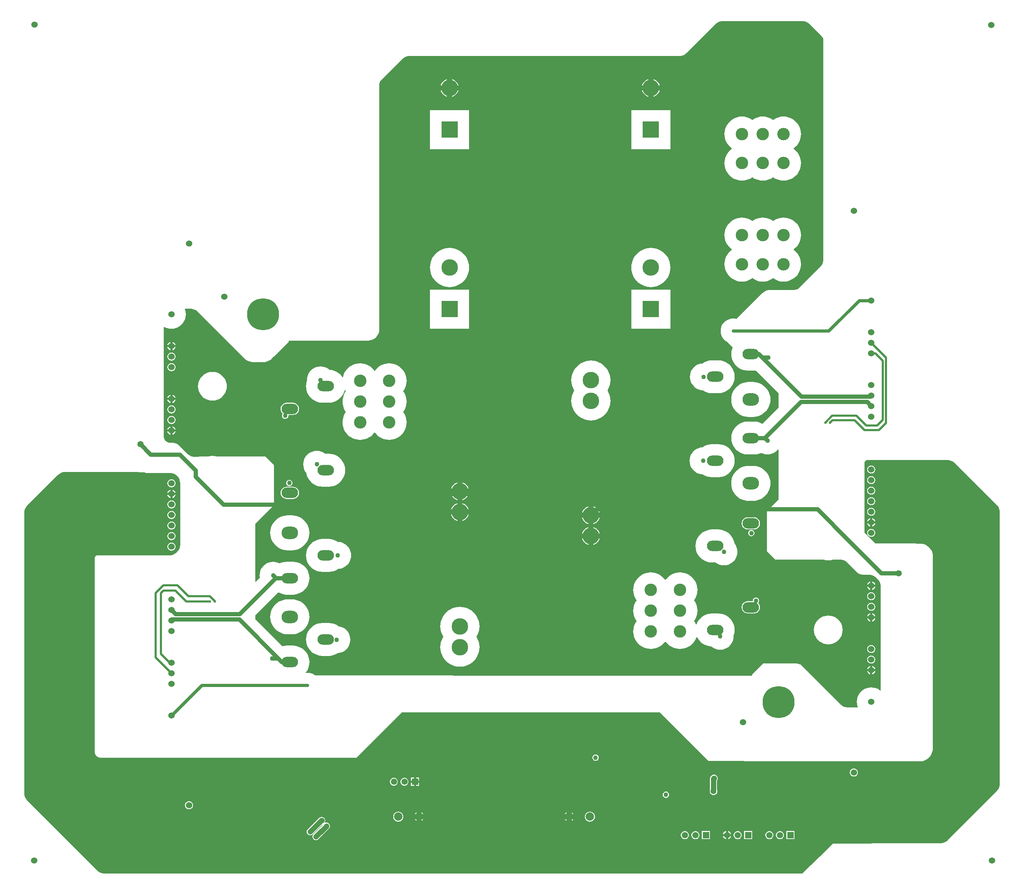
<source format=gbl>
G04*
G04 #@! TF.GenerationSoftware,Altium Limited,Altium Designer,18.0.12 (696)*
G04*
G04 Layer_Physical_Order=2*
G04 Layer_Color=16711680*
%FSLAX23Y23*%
%MOIN*%
G70*
G01*
G75*
%ADD67C,0.030*%
%ADD68C,0.040*%
%ADD71C,0.050*%
%ADD72C,0.020*%
%ADD75O,0.157X0.118*%
%ADD76O,0.157X0.098*%
%ADD77C,0.059*%
%ADD78R,0.059X0.059*%
%ADD79C,0.060*%
%ADD80C,0.079*%
%ADD81C,0.118*%
%ADD82C,0.043*%
%ADD83C,0.303*%
%ADD84C,0.157*%
%ADD85R,0.157X0.157*%
%ADD86C,0.055*%
%ADD87C,0.047*%
%ADD88C,0.024*%
%ADD89C,0.020*%
G36*
X7466Y8145D02*
X7466Y8145D01*
X7466Y8145D01*
X7476Y8145D01*
X7495Y8141D01*
X7514Y8134D01*
X7530Y8123D01*
X7537Y8116D01*
X7644Y8009D01*
X7644Y8009D01*
X7649Y8004D01*
X7657Y7992D01*
X7663Y7978D01*
X7665Y7964D01*
X7665Y7957D01*
X7665Y7540D01*
X7665Y7048D01*
X7665Y5889D01*
X7665Y5889D01*
X7665Y5879D01*
X7662Y5860D01*
X7654Y5842D01*
X7643Y5825D01*
X7636Y5818D01*
X7446Y5628D01*
X7439Y5621D01*
X7423Y5610D01*
X7404Y5603D01*
X7385Y5599D01*
X7375Y5599D01*
X7157Y5599D01*
X7157Y5599D01*
X7147Y5599D01*
X7128Y5595D01*
X7110Y5587D01*
X7094Y5576D01*
X7087Y5570D01*
X6842Y5326D01*
X6830Y5329D01*
X6811Y5330D01*
X6793Y5329D01*
X6774Y5324D01*
X6757Y5317D01*
X6741Y5307D01*
X6727Y5295D01*
X6715Y5281D01*
X6706Y5265D01*
X6698Y5248D01*
X6694Y5230D01*
X6693Y5212D01*
X6694Y5193D01*
X6698Y5175D01*
X6706Y5158D01*
X6715Y5142D01*
X6727Y5128D01*
X6741Y5116D01*
X6750Y5111D01*
D01*
X6756Y5107D01*
X6807Y5055D01*
X6801Y5040D01*
X6795Y5017D01*
X6793Y4992D01*
X6795Y4968D01*
X6801Y4944D01*
X6810Y4921D01*
X6823Y4900D01*
X6839Y4882D01*
X6858Y4866D01*
X6879Y4853D01*
X6901Y4844D01*
X6925Y4838D01*
X6949Y4836D01*
X7008D01*
X7025Y4837D01*
X7240Y4622D01*
Y4483D01*
X7088Y4331D01*
X7079Y4336D01*
X7057Y4345D01*
X7033Y4351D01*
X7008Y4353D01*
X6949D01*
X6925Y4351D01*
X6901Y4345D01*
X6879Y4336D01*
X6858Y4323D01*
X6839Y4307D01*
X6823Y4289D01*
X6810Y4268D01*
X6801Y4245D01*
X6795Y4221D01*
X6793Y4197D01*
X6795Y4173D01*
X6801Y4149D01*
X6810Y4126D01*
X6823Y4105D01*
X6839Y4087D01*
X6858Y4071D01*
X6879Y4058D01*
X6901Y4049D01*
X6925Y4043D01*
X6949Y4041D01*
X7008D01*
X7033Y4043D01*
X7057Y4049D01*
X7077Y4057D01*
X7079Y4056D01*
X7097Y4049D01*
X7117Y4044D01*
X7137Y4042D01*
X7157Y4044D01*
X7176Y4049D01*
X7195Y4056D01*
X7212Y4067D01*
X7228Y4080D01*
X7236Y4089D01*
X7240Y4087D01*
Y3615D01*
X7130Y3504D01*
Y3125D01*
X7130D01*
X7209Y3046D01*
X7666Y3046D01*
X7669Y3045D01*
X7690Y3040D01*
X7712Y3038D01*
X7733Y3040D01*
X7754Y3045D01*
X7757Y3046D01*
X7821Y3047D01*
X7831Y3047D01*
X7850Y3043D01*
X7868Y3036D01*
X7885Y3025D01*
X7891Y3018D01*
X7891Y3018D01*
X7979Y2931D01*
X7986Y2924D01*
X8002Y2913D01*
X8020Y2906D01*
X8039Y2902D01*
X8049Y2902D01*
X8096Y2902D01*
X8106Y2902D01*
X8126Y2898D01*
X8144Y2890D01*
X8160Y2879D01*
X8167Y2872D01*
X8167Y2872D01*
X8167Y2872D01*
X8181Y2858D01*
X8188Y2851D01*
X8198Y2835D01*
X8205Y2818D01*
X8209Y2799D01*
X8209Y2789D01*
X8209D01*
X8209Y2789D01*
X8209Y1808D01*
X8204Y1805D01*
X8199Y1810D01*
X8181Y1821D01*
X8161Y1829D01*
X8140Y1834D01*
X8119Y1836D01*
X8098Y1834D01*
X8077Y1829D01*
X8057Y1821D01*
X8039Y1810D01*
X8022Y1796D01*
X8008Y1779D01*
X7997Y1761D01*
X7989Y1741D01*
X7984Y1720D01*
X7982Y1699D01*
X7984Y1678D01*
X7989Y1657D01*
X7992Y1650D01*
X7989Y1646D01*
X7890D01*
X7871Y1650D01*
X7852Y1657D01*
X7836Y1668D01*
X7829Y1675D01*
Y1675D01*
X7470Y2034D01*
X7463Y2040D01*
X7447Y2051D01*
X7429Y2059D01*
X7409Y2063D01*
X7400Y2063D01*
X7400Y2063D01*
X7400Y2063D01*
X7096D01*
X6991Y1958D01*
Y1947D01*
X4161Y1947D01*
X4160Y1948D01*
X2856Y1948D01*
X2852Y1952D01*
X2836Y1961D01*
X2819Y1968D01*
X2801Y1973D01*
X2782Y1974D01*
X2768Y1973D01*
X2766Y1978D01*
X2770Y1983D01*
X2783Y2004D01*
X2792Y2027D01*
X2798Y2051D01*
X2800Y2075D01*
X2798Y2100D01*
X2792Y2123D01*
X2783Y2146D01*
X2770Y2167D01*
X2754Y2185D01*
X2736Y2201D01*
X2715Y2214D01*
X2692Y2223D01*
X2669Y2229D01*
X2644Y2231D01*
X2585D01*
X2561Y2229D01*
X2546Y2226D01*
X2287Y2484D01*
X2287Y2519D01*
X2505Y2737D01*
X2514Y2731D01*
X2537Y2722D01*
X2561Y2716D01*
X2585Y2714D01*
X2644D01*
X2669Y2716D01*
X2692Y2722D01*
X2715Y2731D01*
X2736Y2744D01*
X2754Y2760D01*
X2770Y2779D01*
X2783Y2799D01*
X2792Y2822D01*
X2798Y2846D01*
X2800Y2870D01*
X2798Y2895D01*
X2792Y2918D01*
X2783Y2941D01*
X2770Y2962D01*
X2754Y2981D01*
X2736Y2996D01*
X2715Y3009D01*
X2692Y3019D01*
X2669Y3024D01*
X2644Y3026D01*
X2585D01*
X2561Y3024D01*
X2537Y3019D01*
X2516Y3010D01*
X2515Y3011D01*
X2496Y3019D01*
X2477Y3023D01*
X2457Y3025D01*
X2437Y3023D01*
X2417Y3019D01*
X2398Y3011D01*
X2381Y3000D01*
X2366Y2987D01*
X2353Y2972D01*
X2342Y2955D01*
X2335Y2936D01*
X2330Y2917D01*
X2328Y2897D01*
X2330Y2877D01*
X2330Y2875D01*
X2292Y2837D01*
X2287Y2839D01*
X2287Y3387D01*
X2464Y3563D01*
Y3942D01*
X2464D01*
X2385Y4021D01*
X1927D01*
X1924Y4022D01*
X1903Y4027D01*
X1882Y4029D01*
X1861Y4027D01*
X1840Y4022D01*
X1837Y4021D01*
X1795D01*
X1715Y4020D01*
X1705D01*
X1685Y4024D01*
X1667Y4031D01*
X1651Y4042D01*
X1644Y4049D01*
X1644Y4049D01*
Y4049D01*
X1569Y4124D01*
X1562Y4131D01*
X1546Y4141D01*
X1528Y4149D01*
X1510Y4153D01*
X1500Y4154D01*
X1500Y4154D01*
X1500Y4154D01*
X1479D01*
X1474Y4154D01*
X1463Y4156D01*
X1454Y4160D01*
X1445Y4166D01*
X1436Y4174D01*
X1429Y4185D01*
X1424Y4197D01*
X1421Y4210D01*
Y4217D01*
Y5248D01*
X1426Y5250D01*
X1432Y5246D01*
X1452Y5238D01*
X1473Y5233D01*
X1494Y5232D01*
X1516Y5233D01*
X1537Y5238D01*
X1556Y5246D01*
X1575Y5258D01*
X1591Y5272D01*
X1605Y5288D01*
X1616Y5306D01*
X1624Y5326D01*
X1629Y5347D01*
X1631Y5368D01*
X1629Y5390D01*
X1624Y5411D01*
X1622Y5417D01*
X1622Y5418D01*
X1623Y5419D01*
X1625Y5421D01*
X1626Y5421D01*
X1626Y5421D01*
X1626Y5421D01*
X1675Y5421D01*
X1685Y5421D01*
X1704Y5417D01*
X1723Y5410D01*
X1739Y5399D01*
X1746Y5392D01*
X1746Y5392D01*
X2191Y4947D01*
X2198Y4940D01*
X2215Y4929D01*
X2233Y4922D01*
X2252Y4918D01*
X2262Y4917D01*
X2268Y4917D01*
X2369D01*
X2379Y4917D01*
X2398Y4921D01*
X2416Y4929D01*
X2433Y4940D01*
X2440Y4946D01*
X2461Y4968D01*
X2464Y4968D01*
Y4970D01*
X2603Y5109D01*
Y5120D01*
X3357D01*
X3367Y5121D01*
X3387Y5125D01*
X3405Y5132D01*
X3421Y5143D01*
X3428Y5150D01*
X3433Y5154D01*
X3433Y5154D01*
X3439Y5161D01*
X3449Y5177D01*
X3457Y5194D01*
X3460Y5212D01*
X3461Y5222D01*
X3461Y7536D01*
X3461Y7541D01*
X3461Y7541D01*
X3461Y7541D01*
X3461Y7541D01*
X3461Y7548D01*
X3463Y7560D01*
X3468Y7572D01*
X3475Y7582D01*
X3480Y7587D01*
X3675Y7782D01*
X3678Y7786D01*
X3678Y7786D01*
X3678Y7786D01*
X3678Y7786D01*
X3685Y7793D01*
X3702Y7804D01*
X3720Y7811D01*
X3739Y7815D01*
X3749Y7815D01*
X3823Y7815D01*
X5607Y7815D01*
X6179D01*
X6300Y7815D01*
X6310Y7815D01*
X6329Y7819D01*
X6347Y7827D01*
X6364Y7838D01*
X6371Y7844D01*
X6642Y8116D01*
X6649Y8123D01*
X6666Y8134D01*
X6684Y8141D01*
X6703Y8145D01*
X6713Y8145D01*
X6877Y8145D01*
X7311Y8145D01*
X7466Y8145D01*
D02*
G37*
G36*
X8840Y3988D02*
X8840Y3988D01*
X8840Y3988D01*
X8850Y3988D01*
X8870Y3984D01*
X8888Y3977D01*
X8904Y3966D01*
X8911Y3959D01*
X9305Y3565D01*
X9305Y3565D01*
X9312Y3558D01*
X9323Y3541D01*
X9331Y3523D01*
X9335Y3504D01*
X9335Y3494D01*
X9335Y923D01*
X9335Y923D01*
X9335Y913D01*
X9331Y894D01*
X9323Y876D01*
X9312Y860D01*
X9305Y853D01*
X8840Y387D01*
X8833Y380D01*
X8816Y369D01*
X8798Y362D01*
X8779Y358D01*
X8769Y358D01*
X8480D01*
X7756Y356D01*
X7631Y232D01*
X7463Y72D01*
X1535D01*
X864Y71D01*
X854Y71D01*
X835Y75D01*
X817Y82D01*
X801Y93D01*
X794Y100D01*
X132Y762D01*
X132D01*
X125Y769D01*
X114Y785D01*
X106Y804D01*
X102Y823D01*
X102Y833D01*
Y3490D01*
X102Y3500D01*
X106Y3519D01*
X114Y3537D01*
X125Y3554D01*
X132Y3561D01*
X417Y3846D01*
X417Y3846D01*
Y3846D01*
X424Y3853D01*
X440Y3864D01*
X458Y3871D01*
X477Y3875D01*
X487Y3875D01*
X760Y3875D01*
X1130Y3875D01*
X1240Y3874D01*
Y3874D01*
X1242Y3872D01*
X1246Y3869D01*
X1251Y3867D01*
X1257Y3866D01*
X1259Y3866D01*
X1480Y3866D01*
X1480Y3866D01*
X1480Y3866D01*
X1490Y3866D01*
X1508Y3862D01*
X1525Y3855D01*
X1541Y3845D01*
X1548Y3838D01*
X1555Y3831D01*
X1555Y3831D01*
Y3831D01*
X1561Y3825D01*
X1569Y3813D01*
X1570Y3803D01*
X1575Y3779D01*
X1579Y3771D01*
X1579Y3191D01*
X1579Y3191D01*
X1579Y3182D01*
X1576Y3165D01*
X1570Y3149D01*
X1562Y3134D01*
X1556Y3128D01*
X1545Y3116D01*
X1545Y3116D01*
X1538Y3109D01*
X1522Y3098D01*
X1503Y3090D01*
X1484Y3087D01*
X1474Y3087D01*
X795Y3087D01*
X795Y3087D01*
X792Y3086D01*
X787Y3085D01*
X782Y3083D01*
X778Y3081D01*
X776Y3079D01*
X774Y3077D01*
X771Y3072D01*
X769Y3068D01*
X768Y3062D01*
X768Y3060D01*
Y1223D01*
X768Y1218D01*
X770Y1207D01*
X774Y1198D01*
X780Y1189D01*
X783Y1185D01*
X783Y1185D01*
X783D01*
X788Y1181D01*
X797Y1175D01*
X808Y1171D01*
X819Y1168D01*
X825Y1168D01*
X3246D01*
X3678Y1600D01*
X6117D01*
X6578Y1139D01*
X7256Y1136D01*
X8587D01*
X8597Y1136D01*
X8616Y1140D01*
X8634Y1148D01*
X8650Y1159D01*
X8657Y1165D01*
X8671Y1179D01*
X8671D01*
X8671Y1179D01*
X8678Y1187D01*
X8689Y1203D01*
X8696Y1221D01*
X8700Y1240D01*
X8701Y1250D01*
X8701Y3087D01*
X8701D01*
X8701Y3087D01*
X8700Y3096D01*
X8697Y3114D01*
X8690Y3131D01*
X8679Y3147D01*
X8673Y3154D01*
X8659Y3168D01*
X8659Y3168D01*
X8652Y3174D01*
X8636Y3185D01*
X8618Y3193D01*
X8598Y3196D01*
X8589Y3197D01*
X8504Y3198D01*
X8157Y3198D01*
X8055Y3300D01*
Y3961D01*
X8055Y3964D01*
X8056Y3969D01*
X8058Y3974D01*
X8061Y3978D01*
X8063Y3980D01*
X8065Y3983D01*
X8070Y3986D01*
X8076Y3988D01*
X8082Y3990D01*
X8085Y3990D01*
X8449Y3990D01*
X8488Y3990D01*
X8840Y3988D01*
D02*
G37*
%LPC*%
G36*
X6057Y7596D02*
Y7537D01*
X6115D01*
X6113Y7546D01*
X6105Y7561D01*
X6094Y7574D01*
X6081Y7585D01*
X6066Y7593D01*
X6057Y7596D01*
D02*
G37*
G36*
X6008Y7596D02*
X5999Y7593D01*
X5984Y7585D01*
X5971Y7574D01*
X5960Y7561D01*
X5952Y7546D01*
X5949Y7537D01*
X6008D01*
Y7596D01*
D02*
G37*
G36*
X4151D02*
Y7537D01*
X4210D01*
X4207Y7546D01*
X4199Y7561D01*
X4188Y7574D01*
X4175Y7585D01*
X4160Y7593D01*
X4151Y7596D01*
D02*
G37*
G36*
X4102D02*
X4093Y7593D01*
X4078Y7585D01*
X4065Y7574D01*
X4054Y7561D01*
X4046Y7546D01*
X4044Y7537D01*
X4102D01*
Y7596D01*
D02*
G37*
G36*
X6115Y7488D02*
X6057D01*
Y7430D01*
X6066Y7432D01*
X6081Y7441D01*
X6094Y7451D01*
X6105Y7465D01*
X6113Y7480D01*
X6115Y7488D01*
D02*
G37*
G36*
X4210Y7488D02*
X4151D01*
Y7430D01*
X4160Y7432D01*
X4175Y7441D01*
X4188Y7451D01*
X4199Y7465D01*
X4207Y7480D01*
X4210Y7488D01*
D02*
G37*
G36*
X4102D02*
X4044D01*
X4046Y7480D01*
X4054Y7465D01*
X4065Y7451D01*
X4078Y7441D01*
X4093Y7432D01*
X4102Y7430D01*
Y7488D01*
D02*
G37*
G36*
X6008Y7488D02*
X5949D01*
X5952Y7480D01*
X5960Y7465D01*
X5971Y7451D01*
X5984Y7441D01*
X5999Y7432D01*
X6008Y7430D01*
Y7488D01*
D02*
G37*
G36*
X7288Y7242D02*
X7267Y7241D01*
X7245Y7236D01*
X7225Y7229D01*
X7205Y7220D01*
X7190Y7209D01*
X7174Y7220D01*
X7155Y7229D01*
X7134Y7236D01*
X7113Y7241D01*
X7091Y7242D01*
X7070Y7241D01*
X7048Y7236D01*
X7028Y7229D01*
X7008Y7220D01*
X6993Y7209D01*
X6977Y7220D01*
X6958Y7229D01*
X6937Y7236D01*
X6916Y7241D01*
X6894Y7242D01*
X6873Y7241D01*
X6852Y7236D01*
X6831Y7229D01*
X6812Y7220D01*
X6794Y7208D01*
X6777Y7194D01*
X6763Y7177D01*
X6751Y7159D01*
X6741Y7140D01*
X6734Y7119D01*
X6730Y7098D01*
X6729Y7076D01*
X6730Y7055D01*
X6734Y7034D01*
X6741Y7013D01*
X6751Y6994D01*
X6763Y6976D01*
X6777Y6959D01*
X6794Y6945D01*
X6799Y6941D01*
Y6936D01*
X6794Y6932D01*
X6777Y6918D01*
X6763Y6902D01*
X6751Y6884D01*
X6741Y6864D01*
X6734Y6844D01*
X6730Y6822D01*
X6729Y6801D01*
X6730Y6779D01*
X6734Y6758D01*
X6741Y6737D01*
X6751Y6718D01*
X6763Y6700D01*
X6777Y6684D01*
X6794Y6669D01*
X6812Y6657D01*
X6831Y6648D01*
X6852Y6641D01*
X6873Y6637D01*
X6894Y6635D01*
X6916Y6637D01*
X6937Y6641D01*
X6958Y6648D01*
X6977Y6657D01*
X6993Y6668D01*
X7008Y6657D01*
X7028Y6648D01*
X7048Y6641D01*
X7070Y6637D01*
X7091Y6635D01*
X7113Y6637D01*
X7134Y6641D01*
X7155Y6648D01*
X7174Y6657D01*
X7190Y6668D01*
X7205Y6657D01*
X7225Y6648D01*
X7245Y6641D01*
X7267Y6637D01*
X7288Y6635D01*
X7310Y6637D01*
X7331Y6641D01*
X7352Y6648D01*
X7371Y6657D01*
X7389Y6669D01*
X7405Y6684D01*
X7420Y6700D01*
X7432Y6718D01*
X7441Y6737D01*
X7448Y6758D01*
X7452Y6779D01*
X7454Y6801D01*
X7452Y6822D01*
X7448Y6844D01*
X7441Y6864D01*
X7432Y6884D01*
X7420Y6902D01*
X7405Y6918D01*
X7389Y6932D01*
X7383Y6936D01*
Y6941D01*
X7389Y6945D01*
X7405Y6959D01*
X7420Y6976D01*
X7432Y6994D01*
X7441Y7013D01*
X7448Y7034D01*
X7452Y7055D01*
X7454Y7076D01*
X7452Y7098D01*
X7448Y7119D01*
X7441Y7140D01*
X7432Y7159D01*
X7420Y7177D01*
X7405Y7194D01*
X7389Y7208D01*
X7371Y7220D01*
X7352Y7229D01*
X7331Y7236D01*
X7310Y7241D01*
X7288Y7242D01*
D02*
G37*
G36*
X6217Y7304D02*
X5847D01*
Y6934D01*
X6217D01*
Y7304D01*
D02*
G37*
G36*
X4312D02*
X3942D01*
Y6934D01*
X4312D01*
Y7304D01*
D02*
G37*
G36*
X7288Y6285D02*
X7267Y6284D01*
X7245Y6280D01*
X7225Y6273D01*
X7205Y6263D01*
X7190Y6253D01*
X7174Y6263D01*
X7155Y6273D01*
X7134Y6280D01*
X7113Y6284D01*
X7091Y6285D01*
X7070Y6284D01*
X7048Y6280D01*
X7028Y6273D01*
X7008Y6263D01*
X6993Y6253D01*
X6977Y6263D01*
X6958Y6273D01*
X6937Y6280D01*
X6916Y6284D01*
X6894Y6285D01*
X6873Y6284D01*
X6852Y6280D01*
X6831Y6273D01*
X6812Y6263D01*
X6794Y6251D01*
X6777Y6237D01*
X6763Y6221D01*
X6751Y6203D01*
X6741Y6183D01*
X6734Y6163D01*
X6730Y6141D01*
X6729Y6120D01*
X6730Y6098D01*
X6734Y6077D01*
X6741Y6056D01*
X6751Y6037D01*
X6763Y6019D01*
X6777Y6003D01*
X6794Y5988D01*
X6799Y5984D01*
Y5979D01*
X6794Y5976D01*
X6777Y5961D01*
X6763Y5945D01*
X6751Y5927D01*
X6741Y5908D01*
X6734Y5887D01*
X6730Y5866D01*
X6729Y5844D01*
X6730Y5822D01*
X6734Y5801D01*
X6741Y5781D01*
X6751Y5761D01*
X6763Y5743D01*
X6777Y5727D01*
X6794Y5713D01*
X6812Y5701D01*
X6831Y5691D01*
X6852Y5684D01*
X6873Y5680D01*
X6894Y5678D01*
X6916Y5680D01*
X6937Y5684D01*
X6958Y5691D01*
X6977Y5701D01*
X6993Y5711D01*
X7008Y5701D01*
X7028Y5691D01*
X7048Y5684D01*
X7070Y5680D01*
X7091Y5678D01*
X7113Y5680D01*
X7134Y5684D01*
X7155Y5691D01*
X7174Y5701D01*
X7190Y5711D01*
X7205Y5701D01*
X7225Y5691D01*
X7245Y5684D01*
X7267Y5680D01*
X7288Y5678D01*
X7310Y5680D01*
X7331Y5684D01*
X7352Y5691D01*
X7371Y5701D01*
X7389Y5713D01*
X7405Y5727D01*
X7420Y5743D01*
X7432Y5761D01*
X7441Y5781D01*
X7448Y5801D01*
X7452Y5822D01*
X7454Y5844D01*
X7452Y5866D01*
X7448Y5887D01*
X7441Y5908D01*
X7432Y5927D01*
X7420Y5945D01*
X7405Y5961D01*
X7389Y5976D01*
X7383Y5979D01*
Y5984D01*
X7389Y5988D01*
X7405Y6003D01*
X7420Y6019D01*
X7432Y6037D01*
X7441Y6056D01*
X7448Y6077D01*
X7452Y6098D01*
X7454Y6120D01*
X7452Y6141D01*
X7448Y6163D01*
X7441Y6183D01*
X7432Y6203D01*
X7420Y6221D01*
X7405Y6237D01*
X7389Y6251D01*
X7371Y6263D01*
X7352Y6273D01*
X7331Y6280D01*
X7310Y6284D01*
X7288Y6285D01*
D02*
G37*
G36*
X6032Y5998D02*
X6008Y5996D01*
X5984Y5991D01*
X5961Y5983D01*
X5940Y5973D01*
X5919Y5959D01*
X5901Y5943D01*
X5885Y5925D01*
X5872Y5905D01*
X5861Y5883D01*
X5853Y5860D01*
X5848Y5836D01*
X5847Y5812D01*
X5848Y5788D01*
X5853Y5764D01*
X5861Y5741D01*
X5872Y5719D01*
X5885Y5699D01*
X5901Y5681D01*
X5919Y5665D01*
X5940Y5651D01*
X5961Y5641D01*
X5984Y5633D01*
X6008Y5628D01*
X6032Y5627D01*
X6056Y5628D01*
X6080Y5633D01*
X6103Y5641D01*
X6125Y5651D01*
X6145Y5665D01*
X6163Y5681D01*
X6179Y5699D01*
X6193Y5719D01*
X6204Y5741D01*
X6211Y5764D01*
X6216Y5788D01*
X6218Y5812D01*
X6216Y5836D01*
X6211Y5860D01*
X6204Y5883D01*
X6193Y5905D01*
X6179Y5925D01*
X6163Y5943D01*
X6145Y5959D01*
X6125Y5973D01*
X6103Y5983D01*
X6080Y5991D01*
X6056Y5996D01*
X6032Y5998D01*
D02*
G37*
G36*
X4127D02*
X4103Y5996D01*
X4079Y5991D01*
X4056Y5983D01*
X4034Y5973D01*
X4014Y5959D01*
X3996Y5943D01*
X3980Y5925D01*
X3966Y5905D01*
X3955Y5883D01*
X3948Y5860D01*
X3943Y5836D01*
X3941Y5812D01*
X3943Y5788D01*
X3948Y5764D01*
X3955Y5741D01*
X3966Y5719D01*
X3980Y5699D01*
X3996Y5681D01*
X4014Y5665D01*
X4034Y5651D01*
X4056Y5641D01*
X4079Y5633D01*
X4103Y5628D01*
X4127Y5627D01*
X4151Y5628D01*
X4175Y5633D01*
X4198Y5641D01*
X4219Y5651D01*
X4240Y5665D01*
X4258Y5681D01*
X4274Y5699D01*
X4287Y5719D01*
X4298Y5741D01*
X4306Y5764D01*
X4311Y5788D01*
X4312Y5812D01*
X4311Y5836D01*
X4306Y5860D01*
X4298Y5883D01*
X4287Y5905D01*
X4274Y5925D01*
X4258Y5943D01*
X4240Y5959D01*
X4219Y5973D01*
X4198Y5983D01*
X4175Y5991D01*
X4151Y5996D01*
X4127Y5998D01*
D02*
G37*
G36*
X6217Y5603D02*
X5847D01*
Y5233D01*
X6217D01*
Y5603D01*
D02*
G37*
G36*
X4312D02*
X3942D01*
Y5233D01*
X4312D01*
Y5603D01*
D02*
G37*
G36*
X1504Y5107D02*
Y5078D01*
X1533D01*
X1533Y5079D01*
X1529Y5088D01*
X1523Y5097D01*
X1514Y5103D01*
X1505Y5107D01*
X1504Y5107D01*
D02*
G37*
G36*
X1484Y5107D02*
X1484Y5107D01*
X1474Y5103D01*
X1466Y5097D01*
X1459Y5088D01*
X1455Y5079D01*
X1455Y5078D01*
X1484D01*
Y5107D01*
D02*
G37*
G36*
X1533Y5058D02*
X1504D01*
Y5029D01*
X1505Y5029D01*
X1514Y5033D01*
X1523Y5040D01*
X1529Y5048D01*
X1533Y5058D01*
X1533Y5058D01*
D02*
G37*
G36*
X1484D02*
X1455D01*
X1455Y5058D01*
X1459Y5048D01*
X1466Y5040D01*
X1474Y5033D01*
X1484Y5029D01*
X1484Y5029D01*
Y5058D01*
D02*
G37*
G36*
X1494Y5007D02*
X1484Y5005D01*
X1475Y5001D01*
X1467Y4995D01*
X1461Y4987D01*
X1457Y4978D01*
X1456Y4968D01*
X1457Y4958D01*
X1461Y4949D01*
X1467Y4941D01*
X1475Y4935D01*
X1484Y4931D01*
X1494Y4930D01*
X1504Y4931D01*
X1513Y4935D01*
X1521Y4941D01*
X1527Y4949D01*
X1531Y4958D01*
X1533Y4968D01*
X1531Y4978D01*
X1527Y4987D01*
X1521Y4995D01*
X1513Y5001D01*
X1504Y5005D01*
X1494Y5007D01*
D02*
G37*
G36*
X3555Y4905D02*
X3534Y4903D01*
X3512Y4899D01*
X3492Y4892D01*
X3472Y4883D01*
X3454Y4871D01*
X3438Y4856D01*
X3424Y4840D01*
X3420Y4834D01*
X3415D01*
X3411Y4840D01*
X3397Y4856D01*
X3380Y4871D01*
X3362Y4883D01*
X3343Y4892D01*
X3322Y4899D01*
X3301Y4903D01*
X3280Y4905D01*
X3258Y4903D01*
X3237Y4899D01*
X3216Y4892D01*
X3197Y4883D01*
X3179Y4871D01*
X3162Y4856D01*
X3148Y4840D01*
X3136Y4822D01*
X3126Y4803D01*
X3120Y4782D01*
X3118Y4774D01*
X3113Y4773D01*
X3109Y4779D01*
X3093Y4798D01*
X3074Y4814D01*
X3054Y4827D01*
X3031Y4836D01*
X3007Y4842D01*
X2990Y4843D01*
X2981Y4851D01*
X2964Y4861D01*
X2945Y4869D01*
X2926Y4874D01*
X2906Y4875D01*
X2885Y4874D01*
X2866Y4869D01*
X2847Y4861D01*
X2830Y4851D01*
X2815Y4838D01*
X2802Y4822D01*
X2791Y4805D01*
X2783Y4787D01*
X2779Y4767D01*
X2777Y4747D01*
X2778Y4742D01*
X2775Y4736D01*
X2770Y4712D01*
X2768Y4688D01*
X2770Y4663D01*
X2775Y4640D01*
X2785Y4617D01*
X2797Y4596D01*
X2813Y4578D01*
X2832Y4562D01*
X2853Y4549D01*
X2875Y4539D01*
X2899Y4534D01*
X2924Y4532D01*
X2983D01*
X3007Y4534D01*
X3031Y4539D01*
X3054Y4549D01*
X3074Y4562D01*
X3093Y4578D01*
X3109Y4596D01*
X3122Y4617D01*
X3131Y4640D01*
X3134Y4651D01*
X3139Y4652D01*
X3146Y4641D01*
X3136Y4625D01*
X3126Y4606D01*
X3120Y4585D01*
X3115Y4564D01*
X3114Y4542D01*
X3115Y4521D01*
X3120Y4499D01*
X3126Y4479D01*
X3136Y4459D01*
X3146Y4444D01*
X3136Y4428D01*
X3126Y4409D01*
X3120Y4388D01*
X3115Y4367D01*
X3114Y4345D01*
X3115Y4324D01*
X3120Y4303D01*
X3126Y4282D01*
X3136Y4263D01*
X3148Y4245D01*
X3162Y4228D01*
X3179Y4214D01*
X3197Y4202D01*
X3216Y4192D01*
X3237Y4185D01*
X3258Y4181D01*
X3280Y4180D01*
X3301Y4181D01*
X3322Y4185D01*
X3343Y4192D01*
X3362Y4202D01*
X3380Y4214D01*
X3397Y4228D01*
X3411Y4245D01*
X3415Y4250D01*
X3420D01*
X3424Y4245D01*
X3438Y4228D01*
X3454Y4214D01*
X3472Y4202D01*
X3492Y4192D01*
X3512Y4185D01*
X3534Y4181D01*
X3555Y4180D01*
X3577Y4181D01*
X3598Y4185D01*
X3619Y4192D01*
X3638Y4202D01*
X3656Y4214D01*
X3672Y4228D01*
X3687Y4245D01*
X3699Y4263D01*
X3708Y4282D01*
X3715Y4303D01*
X3719Y4324D01*
X3721Y4345D01*
X3719Y4367D01*
X3715Y4388D01*
X3708Y4409D01*
X3699Y4428D01*
X3688Y4444D01*
X3699Y4459D01*
X3708Y4479D01*
X3715Y4499D01*
X3719Y4521D01*
X3721Y4542D01*
X3719Y4564D01*
X3715Y4585D01*
X3708Y4606D01*
X3699Y4625D01*
X3688Y4641D01*
X3699Y4656D01*
X3708Y4676D01*
X3715Y4696D01*
X3719Y4718D01*
X3721Y4739D01*
X3719Y4761D01*
X3715Y4782D01*
X3708Y4803D01*
X3699Y4822D01*
X3687Y4840D01*
X3672Y4856D01*
X3656Y4871D01*
X3638Y4883D01*
X3619Y4892D01*
X3598Y4899D01*
X3577Y4903D01*
X3555Y4905D01*
D02*
G37*
G36*
X1494Y4907D02*
X1484Y4905D01*
X1475Y4901D01*
X1467Y4895D01*
X1461Y4887D01*
X1457Y4878D01*
X1456Y4868D01*
X1457Y4858D01*
X1461Y4849D01*
X1467Y4841D01*
X1475Y4835D01*
X1484Y4831D01*
X1494Y4830D01*
X1504Y4831D01*
X1513Y4835D01*
X1521Y4841D01*
X1527Y4849D01*
X1531Y4858D01*
X1533Y4868D01*
X1531Y4878D01*
X1527Y4887D01*
X1521Y4895D01*
X1513Y4901D01*
X1504Y4905D01*
X1494Y4907D01*
D02*
G37*
G36*
X6670Y4934D02*
X6611D01*
X6586Y4932D01*
X6563Y4926D01*
X6540Y4917D01*
X6520Y4904D01*
X6510Y4904D01*
X6491Y4899D01*
X6472Y4891D01*
X6455Y4881D01*
X6440Y4868D01*
X6427Y4852D01*
X6416Y4835D01*
X6408Y4817D01*
X6404Y4797D01*
X6402Y4777D01*
X6404Y4757D01*
X6408Y4737D01*
X6416Y4719D01*
X6427Y4701D01*
X6440Y4686D01*
X6455Y4673D01*
X6472Y4663D01*
X6491Y4655D01*
X6510Y4650D01*
X6523Y4649D01*
X6540Y4639D01*
X6563Y4629D01*
X6586Y4623D01*
X6611Y4622D01*
X6670D01*
X6694Y4623D01*
X6718Y4629D01*
X6741Y4639D01*
X6762Y4651D01*
X6780Y4667D01*
X6796Y4686D01*
X6809Y4707D01*
X6818Y4729D01*
X6824Y4753D01*
X6826Y4778D01*
X6824Y4802D01*
X6818Y4826D01*
X6809Y4848D01*
X6796Y4869D01*
X6780Y4888D01*
X6762Y4904D01*
X6741Y4917D01*
X6718Y4926D01*
X6694Y4932D01*
X6670Y4934D01*
D02*
G37*
G36*
X1504Y4607D02*
Y4578D01*
X1533D01*
X1533Y4579D01*
X1529Y4588D01*
X1523Y4597D01*
X1514Y4603D01*
X1505Y4607D01*
X1504Y4607D01*
D02*
G37*
G36*
X1484Y4607D02*
X1484Y4607D01*
X1474Y4603D01*
X1466Y4597D01*
X1459Y4588D01*
X1455Y4579D01*
X1455Y4578D01*
X1484D01*
Y4607D01*
D02*
G37*
G36*
X1882Y4824D02*
X1861Y4823D01*
X1840Y4818D01*
X1820Y4809D01*
X1802Y4798D01*
X1785Y4784D01*
X1772Y4768D01*
X1760Y4750D01*
X1752Y4730D01*
X1747Y4709D01*
X1746Y4688D01*
X1747Y4666D01*
X1752Y4646D01*
X1760Y4626D01*
X1772Y4608D01*
X1785Y4591D01*
X1802Y4577D01*
X1820Y4566D01*
X1840Y4558D01*
X1861Y4553D01*
X1882Y4551D01*
X1903Y4553D01*
X1924Y4558D01*
X1944Y4566D01*
X1962Y4577D01*
X1978Y4591D01*
X1992Y4608D01*
X2003Y4626D01*
X2012Y4646D01*
X2017Y4666D01*
X2018Y4688D01*
X2017Y4709D01*
X2012Y4730D01*
X2003Y4750D01*
X1992Y4768D01*
X1978Y4784D01*
X1962Y4798D01*
X1944Y4809D01*
X1924Y4818D01*
X1903Y4823D01*
X1882Y4824D01*
D02*
G37*
G36*
X1533Y4558D02*
X1504D01*
Y4529D01*
X1505Y4529D01*
X1514Y4533D01*
X1523Y4540D01*
X1529Y4548D01*
X1533Y4558D01*
X1533Y4558D01*
D02*
G37*
G36*
X1484D02*
X1455D01*
X1455Y4558D01*
X1459Y4548D01*
X1466Y4540D01*
X1474Y4533D01*
X1484Y4529D01*
X1484Y4529D01*
Y4558D01*
D02*
G37*
G36*
X1494Y4507D02*
X1484Y4505D01*
X1475Y4501D01*
X1467Y4495D01*
X1461Y4487D01*
X1457Y4478D01*
X1456Y4468D01*
X1457Y4458D01*
X1461Y4449D01*
X1467Y4441D01*
X1475Y4435D01*
X1484Y4431D01*
X1494Y4430D01*
X1504Y4431D01*
X1513Y4435D01*
X1521Y4441D01*
X1527Y4449D01*
X1531Y4458D01*
X1533Y4468D01*
X1531Y4478D01*
X1527Y4487D01*
X1521Y4495D01*
X1513Y4501D01*
X1504Y4505D01*
X1494Y4507D01*
D02*
G37*
G36*
X6999Y4729D02*
X6959D01*
X6938Y4727D01*
X6916Y4723D01*
X6896Y4716D01*
X6876Y4707D01*
X6858Y4694D01*
X6842Y4680D01*
X6828Y4664D01*
X6816Y4646D01*
X6806Y4626D01*
X6799Y4606D01*
X6795Y4585D01*
X6794Y4563D01*
X6795Y4541D01*
X6799Y4520D01*
X6806Y4500D01*
X6816Y4480D01*
X6828Y4462D01*
X6842Y4446D01*
X6858Y4432D01*
X6876Y4419D01*
X6896Y4410D01*
X6916Y4403D01*
X6938Y4399D01*
X6959Y4397D01*
X6999D01*
X7020Y4399D01*
X7041Y4403D01*
X7062Y4410D01*
X7081Y4419D01*
X7099Y4432D01*
X7116Y4446D01*
X7130Y4462D01*
X7142Y4480D01*
X7152Y4500D01*
X7159Y4520D01*
X7163Y4541D01*
X7164Y4563D01*
X7163Y4585D01*
X7159Y4606D01*
X7152Y4626D01*
X7142Y4646D01*
X7130Y4664D01*
X7116Y4680D01*
X7099Y4694D01*
X7081Y4707D01*
X7062Y4716D01*
X7041Y4723D01*
X7020Y4727D01*
X6999Y4729D01*
D02*
G37*
G36*
X2644Y4531D02*
X2585D01*
X2570Y4529D01*
X2556Y4523D01*
X2544Y4514D01*
X2535Y4502D01*
X2529Y4488D01*
X2527Y4473D01*
X2529Y4458D01*
X2535Y4444D01*
X2544Y4432D01*
X2549Y4429D01*
X2545Y4423D01*
X2542Y4416D01*
X2541Y4408D01*
X2542Y4401D01*
X2545Y4393D01*
X2550Y4387D01*
X2556Y4383D01*
X2563Y4380D01*
X2571Y4379D01*
X2579Y4380D01*
X2586Y4383D01*
X2592Y4387D01*
X2597Y4393D01*
X2600Y4401D01*
X2601Y4408D01*
X2600Y4412D01*
X2604Y4416D01*
X2644D01*
X2659Y4418D01*
X2673Y4423D01*
X2685Y4432D01*
X2694Y4444D01*
X2700Y4458D01*
X2702Y4473D01*
X2700Y4488D01*
X2694Y4502D01*
X2685Y4514D01*
X2673Y4523D01*
X2659Y4529D01*
X2644Y4531D01*
D02*
G37*
G36*
X5465Y4931D02*
X5440Y4930D01*
X5417Y4925D01*
X5394Y4917D01*
X5372Y4907D01*
X5352Y4893D01*
X5333Y4877D01*
X5317Y4859D01*
X5304Y4839D01*
X5293Y4817D01*
X5285Y4794D01*
X5281Y4770D01*
X5279Y4746D01*
X5281Y4722D01*
X5285Y4698D01*
X5293Y4675D01*
X5304Y4653D01*
X5308Y4648D01*
X5304Y4642D01*
X5293Y4620D01*
X5285Y4597D01*
X5281Y4573D01*
X5279Y4549D01*
X5281Y4525D01*
X5285Y4501D01*
X5293Y4478D01*
X5304Y4456D01*
X5317Y4436D01*
X5333Y4418D01*
X5352Y4402D01*
X5372Y4389D01*
X5394Y4378D01*
X5417Y4370D01*
X5440Y4365D01*
X5465Y4364D01*
X5489Y4365D01*
X5513Y4370D01*
X5536Y4378D01*
X5557Y4389D01*
X5577Y4402D01*
X5596Y4418D01*
X5612Y4436D01*
X5625Y4456D01*
X5636Y4478D01*
X5644Y4501D01*
X5648Y4525D01*
X5650Y4549D01*
X5648Y4573D01*
X5644Y4597D01*
X5636Y4620D01*
X5625Y4642D01*
X5621Y4648D01*
X5625Y4653D01*
X5636Y4675D01*
X5644Y4698D01*
X5648Y4722D01*
X5650Y4746D01*
X5648Y4770D01*
X5644Y4794D01*
X5636Y4817D01*
X5625Y4839D01*
X5612Y4859D01*
X5596Y4877D01*
X5577Y4893D01*
X5557Y4907D01*
X5536Y4917D01*
X5513Y4925D01*
X5489Y4930D01*
X5465Y4931D01*
D02*
G37*
G36*
X1494Y4407D02*
X1484Y4405D01*
X1475Y4401D01*
X1467Y4395D01*
X1461Y4387D01*
X1457Y4378D01*
X1456Y4368D01*
X1457Y4358D01*
X1461Y4349D01*
X1467Y4341D01*
X1475Y4335D01*
X1484Y4331D01*
X1494Y4330D01*
X1504Y4331D01*
X1513Y4335D01*
X1521Y4341D01*
X1527Y4349D01*
X1531Y4358D01*
X1533Y4368D01*
X1531Y4378D01*
X1527Y4387D01*
X1521Y4395D01*
X1513Y4401D01*
X1504Y4405D01*
X1494Y4407D01*
D02*
G37*
G36*
X1504Y4307D02*
Y4278D01*
X1533D01*
X1533Y4279D01*
X1529Y4288D01*
X1523Y4297D01*
X1514Y4303D01*
X1505Y4307D01*
X1504Y4307D01*
D02*
G37*
G36*
X1484Y4307D02*
X1484Y4307D01*
X1474Y4303D01*
X1466Y4297D01*
X1459Y4288D01*
X1455Y4279D01*
X1455Y4278D01*
X1484D01*
Y4307D01*
D02*
G37*
G36*
X1533Y4258D02*
X1504D01*
Y4229D01*
X1505Y4229D01*
X1514Y4233D01*
X1523Y4240D01*
X1529Y4248D01*
X1533Y4258D01*
X1533Y4258D01*
D02*
G37*
G36*
X1484D02*
X1455D01*
X1455Y4258D01*
X1459Y4248D01*
X1466Y4240D01*
X1474Y4233D01*
X1484Y4229D01*
X1484Y4229D01*
Y4258D01*
D02*
G37*
G36*
X6670Y4138D02*
X6611D01*
X6586Y4137D01*
X6563Y4131D01*
X6540Y4121D01*
X6521Y4110D01*
X6506Y4108D01*
X6487Y4104D01*
X6468Y4096D01*
X6451Y4085D01*
X6436Y4072D01*
X6423Y4057D01*
X6412Y4040D01*
X6404Y4021D01*
X6400Y4002D01*
X6398Y3982D01*
X6400Y3962D01*
X6404Y3942D01*
X6412Y3923D01*
X6423Y3906D01*
X6436Y3891D01*
X6451Y3878D01*
X6468Y3867D01*
X6487Y3860D01*
X6506Y3855D01*
X6524Y3854D01*
X6540Y3843D01*
X6563Y3834D01*
X6586Y3828D01*
X6611Y3826D01*
X6670D01*
X6694Y3828D01*
X6718Y3834D01*
X6741Y3843D01*
X6762Y3856D01*
X6780Y3872D01*
X6796Y3891D01*
X6809Y3912D01*
X6818Y3934D01*
X6824Y3958D01*
X6826Y3982D01*
X6824Y4007D01*
X6818Y4031D01*
X6809Y4053D01*
X6796Y4074D01*
X6780Y4093D01*
X6762Y4109D01*
X6741Y4121D01*
X6718Y4131D01*
X6694Y4137D01*
X6670Y4138D01*
D02*
G37*
G36*
X2870Y4076D02*
X2850Y4075D01*
X2830Y4070D01*
X2812Y4062D01*
X2795Y4052D01*
X2779Y4039D01*
X2766Y4023D01*
X2756Y4006D01*
X2748Y3987D01*
X2743Y3968D01*
X2742Y3948D01*
X2743Y3928D01*
X2748Y3908D01*
X2756Y3890D01*
X2766Y3872D01*
X2770Y3869D01*
X2770Y3868D01*
X2775Y3844D01*
X2785Y3822D01*
X2797Y3801D01*
X2813Y3782D01*
X2832Y3766D01*
X2853Y3754D01*
X2875Y3744D01*
X2899Y3739D01*
X2924Y3737D01*
X2983D01*
X3007Y3739D01*
X3031Y3744D01*
X3054Y3754D01*
X3074Y3766D01*
X3093Y3782D01*
X3109Y3801D01*
X3122Y3822D01*
X3131Y3844D01*
X3137Y3868D01*
X3139Y3893D01*
X3137Y3917D01*
X3131Y3941D01*
X3122Y3963D01*
X3109Y3984D01*
X3093Y4003D01*
X3074Y4019D01*
X3054Y4032D01*
X3031Y4041D01*
X3007Y4047D01*
X2983Y4049D01*
X2949D01*
X2946Y4052D01*
X2928Y4062D01*
X2910Y4070D01*
X2890Y4075D01*
X2870Y4076D01*
D02*
G37*
G36*
X4249Y3776D02*
Y3718D01*
X4307D01*
X4305Y3726D01*
X4297Y3741D01*
X4286Y3754D01*
X4273Y3765D01*
X4258Y3773D01*
X4249Y3776D01*
D02*
G37*
G36*
X4200Y3776D02*
X4191Y3773D01*
X4176Y3765D01*
X4163Y3754D01*
X4152Y3741D01*
X4144Y3726D01*
X4141Y3718D01*
X4200D01*
Y3776D01*
D02*
G37*
G36*
X2610Y3801D02*
X2603Y3800D01*
X2595Y3797D01*
X2589Y3792D01*
X2584Y3786D01*
X2581Y3778D01*
X2580Y3771D01*
X2581Y3763D01*
X2584Y3756D01*
X2589Y3749D01*
X2595Y3745D01*
X2603Y3742D01*
X2610Y3741D01*
X2609Y3736D01*
X2585D01*
X2570Y3734D01*
X2556Y3728D01*
X2544Y3719D01*
X2535Y3707D01*
X2529Y3693D01*
X2527Y3678D01*
X2529Y3663D01*
X2535Y3649D01*
X2544Y3637D01*
X2556Y3628D01*
X2570Y3622D01*
X2585Y3620D01*
X2644D01*
X2659Y3622D01*
X2673Y3628D01*
X2685Y3637D01*
X2694Y3649D01*
X2700Y3663D01*
X2702Y3678D01*
X2700Y3693D01*
X2694Y3707D01*
X2685Y3719D01*
X2673Y3728D01*
X2659Y3734D01*
X2644Y3736D01*
X2611D01*
X2611Y3741D01*
X2618Y3742D01*
X2625Y3745D01*
X2631Y3749D01*
X2636Y3756D01*
X2639Y3763D01*
X2640Y3771D01*
X2639Y3778D01*
X2636Y3786D01*
X2631Y3792D01*
X2625Y3797D01*
X2618Y3800D01*
X2610Y3801D01*
D02*
G37*
G36*
X4307Y3668D02*
X4249D01*
Y3610D01*
X4258Y3613D01*
X4273Y3621D01*
X4286Y3631D01*
X4297Y3645D01*
X4305Y3660D01*
X4307Y3668D01*
D02*
G37*
G36*
X4200D02*
X4141D01*
X4144Y3660D01*
X4152Y3645D01*
X4163Y3631D01*
X4176Y3621D01*
X4191Y3613D01*
X4200Y3610D01*
Y3668D01*
D02*
G37*
G36*
X6999Y3934D02*
X6959D01*
X6938Y3932D01*
X6916Y3928D01*
X6896Y3921D01*
X6876Y3911D01*
X6858Y3899D01*
X6842Y3885D01*
X6828Y3869D01*
X6816Y3851D01*
X6806Y3831D01*
X6799Y3811D01*
X6795Y3789D01*
X6794Y3768D01*
X6795Y3746D01*
X6799Y3725D01*
X6806Y3704D01*
X6816Y3685D01*
X6828Y3667D01*
X6842Y3651D01*
X6858Y3636D01*
X6876Y3624D01*
X6896Y3615D01*
X6916Y3608D01*
X6938Y3604D01*
X6959Y3602D01*
X6999D01*
X7020Y3604D01*
X7041Y3608D01*
X7062Y3615D01*
X7081Y3624D01*
X7099Y3636D01*
X7116Y3651D01*
X7130Y3667D01*
X7142Y3685D01*
X7152Y3704D01*
X7159Y3725D01*
X7163Y3746D01*
X7164Y3768D01*
X7163Y3789D01*
X7159Y3811D01*
X7152Y3831D01*
X7142Y3851D01*
X7130Y3869D01*
X7116Y3885D01*
X7099Y3899D01*
X7081Y3911D01*
X7062Y3921D01*
X7041Y3928D01*
X7020Y3932D01*
X6999Y3934D01*
D02*
G37*
G36*
X4249Y3579D02*
Y3521D01*
X4307D01*
X4305Y3529D01*
X4297Y3544D01*
X4286Y3558D01*
X4273Y3568D01*
X4258Y3576D01*
X4249Y3579D01*
D02*
G37*
G36*
X4200Y3579D02*
X4191Y3576D01*
X4176Y3568D01*
X4163Y3558D01*
X4152Y3544D01*
X4144Y3529D01*
X4141Y3521D01*
X4200D01*
Y3579D01*
D02*
G37*
G36*
X5489Y3550D02*
Y3500D01*
Y3491D01*
X5548D01*
X5545Y3500D01*
X5537Y3515D01*
X5526Y3528D01*
X5513Y3539D01*
X5509Y3541D01*
D01*
X5498Y3547D01*
X5489Y3550D01*
D02*
G37*
G36*
X5440Y3550D02*
X5431Y3547D01*
X5416Y3539D01*
X5403Y3528D01*
X5392Y3515D01*
X5384Y3500D01*
X5382Y3491D01*
X5440D01*
Y3550D01*
D02*
G37*
G36*
X4307Y3471D02*
X4249D01*
Y3413D01*
X4258Y3416D01*
X4273Y3424D01*
X4286Y3435D01*
X4297Y3448D01*
X4305Y3463D01*
X4307Y3471D01*
D02*
G37*
G36*
X4200D02*
X4141D01*
X4144Y3463D01*
X4152Y3448D01*
X4163Y3435D01*
X4176Y3424D01*
X4191Y3416D01*
X4200Y3413D01*
Y3471D01*
D02*
G37*
G36*
X5548Y3442D02*
X5489D01*
Y3383D01*
X5498Y3386D01*
X5503Y3389D01*
X5509Y3392D01*
X5513Y3394D01*
X5526Y3405D01*
X5537Y3418D01*
X5545Y3433D01*
X5548Y3442D01*
D02*
G37*
G36*
X5440D02*
X5382D01*
X5384Y3433D01*
X5392Y3418D01*
X5403Y3405D01*
X5416Y3394D01*
X5431Y3386D01*
X5440Y3383D01*
Y3442D01*
D02*
G37*
G36*
X5489Y3353D02*
Y3294D01*
X5548D01*
X5545Y3303D01*
X5537Y3318D01*
X5526Y3331D01*
X5513Y3342D01*
X5509Y3344D01*
D01*
X5498Y3350D01*
X5489Y3353D01*
D02*
G37*
G36*
X5440Y3353D02*
X5431Y3350D01*
X5416Y3342D01*
X5403Y3331D01*
X5392Y3318D01*
X5384Y3303D01*
X5382Y3294D01*
X5440D01*
Y3353D01*
D02*
G37*
G36*
X7008Y3447D02*
X6949D01*
X6934Y3445D01*
X6921Y3439D01*
X6909Y3430D01*
X6899Y3418D01*
X6894Y3404D01*
X6892Y3389D01*
X6894Y3374D01*
X6899Y3360D01*
X6909Y3348D01*
X6921Y3339D01*
X6934Y3333D01*
X6949Y3331D01*
X6982D01*
X6983Y3326D01*
X6976Y3326D01*
X6968Y3323D01*
X6962Y3318D01*
X6957Y3312D01*
X6954Y3304D01*
X6953Y3297D01*
X6954Y3289D01*
X6957Y3282D01*
X6962Y3275D01*
X6968Y3271D01*
X6976Y3268D01*
X6983Y3267D01*
X6991Y3268D01*
X6998Y3271D01*
X7004Y3275D01*
X7009Y3282D01*
X7012Y3289D01*
X7013Y3297D01*
X7012Y3304D01*
X7009Y3312D01*
X7004Y3318D01*
X6998Y3323D01*
X6991Y3326D01*
X6984Y3326D01*
X6984Y3331D01*
X7008D01*
X7023Y3333D01*
X7037Y3339D01*
X7049Y3348D01*
X7058Y3360D01*
X7064Y3374D01*
X7066Y3389D01*
X7064Y3404D01*
X7058Y3418D01*
X7049Y3430D01*
X7037Y3439D01*
X7023Y3445D01*
X7008Y3447D01*
D02*
G37*
G36*
X5548Y3245D02*
X5489D01*
Y3187D01*
X5498Y3189D01*
X5504Y3192D01*
X5509Y3195D01*
D01*
X5513Y3197D01*
X5526Y3208D01*
X5537Y3221D01*
X5545Y3236D01*
X5548Y3245D01*
D02*
G37*
G36*
X5440D02*
X5382D01*
X5384Y3236D01*
X5392Y3221D01*
X5403Y3208D01*
X5416Y3197D01*
X5431Y3189D01*
X5440Y3187D01*
Y3245D01*
D02*
G37*
G36*
X2634Y3465D02*
X2595D01*
X2573Y3464D01*
X2552Y3459D01*
X2532Y3452D01*
X2512Y3443D01*
X2494Y3431D01*
X2478Y3417D01*
X2463Y3400D01*
X2451Y3382D01*
X2442Y3363D01*
X2435Y3342D01*
X2431Y3321D01*
X2429Y3299D01*
X2431Y3278D01*
X2435Y3256D01*
X2442Y3236D01*
X2451Y3217D01*
X2463Y3198D01*
X2478Y3182D01*
X2494Y3168D01*
X2512Y3156D01*
X2532Y3146D01*
X2552Y3139D01*
X2573Y3135D01*
X2595Y3134D01*
X2634D01*
X2656Y3135D01*
X2677Y3139D01*
X2698Y3146D01*
X2717Y3156D01*
X2735Y3168D01*
X2751Y3182D01*
X2766Y3198D01*
X2778Y3217D01*
X2787Y3236D01*
X2794Y3256D01*
X2799Y3278D01*
X2800Y3299D01*
X2799Y3321D01*
X2794Y3342D01*
X2787Y3363D01*
X2778Y3382D01*
X2766Y3400D01*
X2751Y3417D01*
X2735Y3431D01*
X2717Y3443D01*
X2698Y3452D01*
X2677Y3459D01*
X2656Y3464D01*
X2634Y3465D01*
D02*
G37*
G36*
X6670Y3331D02*
X6611D01*
X6586Y3329D01*
X6563Y3323D01*
X6540Y3314D01*
X6519Y3301D01*
X6501Y3285D01*
X6485Y3266D01*
X6472Y3245D01*
X6462Y3223D01*
X6457Y3199D01*
X6455Y3175D01*
X6457Y3150D01*
X6462Y3126D01*
X6472Y3104D01*
X6485Y3083D01*
X6501Y3064D01*
X6519Y3048D01*
X6540Y3036D01*
X6563Y3026D01*
X6586Y3020D01*
X6611Y3019D01*
X6644D01*
X6648Y3016D01*
X6665Y3005D01*
X6684Y2997D01*
X6703Y2993D01*
X6723Y2991D01*
X6743Y2993D01*
X6763Y2997D01*
X6782Y3005D01*
X6799Y3016D01*
X6814Y3029D01*
X6827Y3044D01*
X6838Y3061D01*
X6845Y3080D01*
X6850Y3099D01*
X6852Y3119D01*
X6850Y3140D01*
X6845Y3159D01*
X6838Y3178D01*
X6827Y3195D01*
X6824Y3199D01*
X6824Y3199D01*
X6818Y3223D01*
X6809Y3245D01*
X6796Y3266D01*
X6780Y3285D01*
X6762Y3301D01*
X6741Y3314D01*
X6718Y3323D01*
X6694Y3329D01*
X6670Y3331D01*
D02*
G37*
G36*
X2983Y3241D02*
X2924D01*
X2899Y3239D01*
X2875Y3233D01*
X2853Y3224D01*
X2832Y3211D01*
X2813Y3195D01*
X2797Y3176D01*
X2785Y3156D01*
X2775Y3133D01*
X2770Y3109D01*
X2768Y3085D01*
X2770Y3060D01*
X2775Y3037D01*
X2785Y3014D01*
X2797Y2993D01*
X2813Y2975D01*
X2832Y2959D01*
X2853Y2946D01*
X2875Y2936D01*
X2899Y2931D01*
X2924Y2929D01*
X2983D01*
X3007Y2931D01*
X3031Y2936D01*
X3054Y2946D01*
X3073Y2958D01*
X3087Y2959D01*
X3107Y2964D01*
X3125Y2971D01*
X3142Y2982D01*
X3158Y2995D01*
X3171Y3010D01*
X3181Y3027D01*
X3189Y3046D01*
X3194Y3066D01*
X3195Y3086D01*
X3194Y3106D01*
X3189Y3125D01*
X3181Y3144D01*
X3171Y3161D01*
X3158Y3176D01*
X3142Y3189D01*
X3125Y3200D01*
X3107Y3208D01*
X3087Y3212D01*
X3070Y3214D01*
X3054Y3224D01*
X3031Y3233D01*
X3007Y3239D01*
X2983Y3241D01*
D02*
G37*
G36*
X6307Y2925D02*
X6285Y2923D01*
X6264Y2919D01*
X6244Y2912D01*
X6224Y2902D01*
X6206Y2890D01*
X6190Y2876D01*
X6176Y2860D01*
X6172Y2854D01*
X6167D01*
X6163Y2860D01*
X6149Y2876D01*
X6132Y2890D01*
X6114Y2902D01*
X6095Y2912D01*
X6074Y2919D01*
X6053Y2923D01*
X6032Y2925D01*
X6010Y2923D01*
X5989Y2919D01*
X5968Y2912D01*
X5949Y2902D01*
X5931Y2890D01*
X5914Y2876D01*
X5900Y2860D01*
X5888Y2842D01*
X5878Y2822D01*
X5871Y2802D01*
X5867Y2780D01*
X5866Y2759D01*
X5867Y2737D01*
X5871Y2716D01*
X5878Y2695D01*
X5888Y2676D01*
X5898Y2660D01*
X5888Y2645D01*
X5878Y2625D01*
X5871Y2605D01*
X5867Y2584D01*
X5866Y2562D01*
X5867Y2540D01*
X5871Y2519D01*
X5878Y2499D01*
X5888Y2479D01*
X5898Y2464D01*
X5888Y2448D01*
X5878Y2429D01*
X5871Y2408D01*
X5867Y2387D01*
X5866Y2365D01*
X5867Y2343D01*
X5871Y2322D01*
X5878Y2302D01*
X5888Y2282D01*
X5900Y2264D01*
X5914Y2248D01*
X5931Y2234D01*
X5949Y2222D01*
X5968Y2212D01*
X5989Y2205D01*
X6010Y2201D01*
X6032Y2199D01*
X6053Y2201D01*
X6074Y2205D01*
X6095Y2212D01*
X6114Y2222D01*
X6132Y2234D01*
X6149Y2248D01*
X6163Y2264D01*
X6167Y2270D01*
X6172D01*
X6176Y2264D01*
X6190Y2248D01*
X6206Y2234D01*
X6224Y2222D01*
X6244Y2212D01*
X6264Y2205D01*
X6285Y2201D01*
X6307Y2199D01*
X6329Y2201D01*
X6350Y2205D01*
X6371Y2212D01*
X6390Y2222D01*
X6408Y2234D01*
X6424Y2248D01*
X6439Y2264D01*
X6451Y2282D01*
X6460Y2302D01*
X6464Y2314D01*
X6469Y2314D01*
X6472Y2309D01*
X6485Y2288D01*
X6501Y2269D01*
X6519Y2253D01*
X6540Y2240D01*
X6563Y2231D01*
X6586Y2225D01*
X6604Y2224D01*
X6613Y2216D01*
X6630Y2206D01*
X6648Y2198D01*
X6668Y2193D01*
X6688Y2192D01*
X6708Y2193D01*
X6728Y2198D01*
X6746Y2206D01*
X6763Y2216D01*
X6779Y2229D01*
X6792Y2245D01*
X6802Y2262D01*
X6810Y2281D01*
X6815Y2300D01*
X6816Y2320D01*
X6816Y2326D01*
X6818Y2331D01*
X6824Y2355D01*
X6826Y2379D01*
X6824Y2404D01*
X6818Y2428D01*
X6809Y2450D01*
X6796Y2471D01*
X6780Y2490D01*
X6762Y2506D01*
X6741Y2518D01*
X6718Y2528D01*
X6694Y2534D01*
X6670Y2535D01*
X6611D01*
X6586Y2534D01*
X6563Y2528D01*
X6540Y2518D01*
X6519Y2506D01*
X6501Y2490D01*
X6485Y2471D01*
X6472Y2450D01*
X6464Y2432D01*
X6459Y2432D01*
X6451Y2448D01*
X6440Y2464D01*
X6451Y2479D01*
X6460Y2499D01*
X6467Y2519D01*
X6471Y2540D01*
X6473Y2562D01*
X6471Y2584D01*
X6467Y2605D01*
X6460Y2625D01*
X6451Y2645D01*
X6440Y2660D01*
X6451Y2676D01*
X6460Y2695D01*
X6467Y2716D01*
X6471Y2737D01*
X6473Y2759D01*
X6471Y2780D01*
X6467Y2802D01*
X6460Y2822D01*
X6451Y2842D01*
X6439Y2860D01*
X6424Y2876D01*
X6408Y2890D01*
X6390Y2902D01*
X6371Y2912D01*
X6350Y2919D01*
X6329Y2923D01*
X6307Y2925D01*
D02*
G37*
G36*
X8129Y2838D02*
Y2809D01*
X8158D01*
X8158Y2809D01*
X8154Y2819D01*
X8147Y2828D01*
X8139Y2834D01*
X8129Y2838D01*
X8129Y2838D01*
D02*
G37*
G36*
X8109D02*
X8108Y2838D01*
X8099Y2834D01*
X8090Y2828D01*
X8084Y2819D01*
X8080Y2809D01*
X8080Y2809D01*
X8109D01*
Y2838D01*
D02*
G37*
G36*
X8158Y2789D02*
X8129D01*
Y2760D01*
X8129Y2760D01*
X8139Y2764D01*
X8147Y2770D01*
X8154Y2779D01*
X8158Y2789D01*
X8158Y2789D01*
D02*
G37*
G36*
X8109D02*
X8080D01*
X8080Y2789D01*
X8084Y2779D01*
X8090Y2770D01*
X8099Y2764D01*
X8108Y2760D01*
X8109Y2760D01*
Y2789D01*
D02*
G37*
G36*
X8119Y2737D02*
X8109Y2736D01*
X8100Y2732D01*
X8092Y2726D01*
X8086Y2718D01*
X8082Y2709D01*
X8081Y2699D01*
X8082Y2689D01*
X8086Y2680D01*
X8092Y2672D01*
X8100Y2666D01*
X8109Y2662D01*
X8119Y2661D01*
X8129Y2662D01*
X8138Y2666D01*
X8146Y2672D01*
X8152Y2680D01*
X8156Y2689D01*
X8157Y2699D01*
X8156Y2709D01*
X8152Y2718D01*
X8146Y2726D01*
X8138Y2732D01*
X8129Y2736D01*
X8119Y2737D01*
D02*
G37*
G36*
Y2637D02*
X8109Y2636D01*
X8100Y2632D01*
X8092Y2626D01*
X8086Y2618D01*
X8082Y2609D01*
X8081Y2599D01*
X8082Y2589D01*
X8086Y2580D01*
X8092Y2572D01*
X8100Y2566D01*
X8109Y2562D01*
X8119Y2561D01*
X8129Y2562D01*
X8138Y2566D01*
X8146Y2572D01*
X8152Y2580D01*
X8156Y2589D01*
X8157Y2599D01*
X8156Y2609D01*
X8152Y2618D01*
X8146Y2626D01*
X8138Y2632D01*
X8129Y2636D01*
X8119Y2637D01*
D02*
G37*
G36*
X7028Y2686D02*
X7020Y2685D01*
X7013Y2682D01*
X7006Y2678D01*
X7002Y2671D01*
X6999Y2664D01*
X6998Y2656D01*
X6998Y2655D01*
X6995Y2652D01*
X6949D01*
X6934Y2650D01*
X6921Y2644D01*
X6909Y2635D01*
X6899Y2623D01*
X6894Y2609D01*
X6892Y2594D01*
X6894Y2579D01*
X6899Y2565D01*
X6909Y2553D01*
X6921Y2544D01*
X6934Y2538D01*
X6949Y2536D01*
X7008D01*
X7023Y2538D01*
X7037Y2544D01*
X7049Y2553D01*
X7058Y2565D01*
X7064Y2579D01*
X7066Y2594D01*
X7064Y2609D01*
X7058Y2623D01*
X7049Y2635D01*
X7052Y2639D01*
X7054Y2642D01*
X7056Y2649D01*
X7058Y2656D01*
X7056Y2664D01*
X7054Y2671D01*
X7049Y2678D01*
X7043Y2682D01*
X7035Y2685D01*
X7028Y2686D01*
D02*
G37*
G36*
X8129Y2538D02*
Y2509D01*
X8158D01*
X8158Y2509D01*
X8154Y2519D01*
X8147Y2528D01*
X8139Y2534D01*
X8129Y2538D01*
X8129Y2538D01*
D02*
G37*
G36*
X8109D02*
X8108Y2538D01*
X8099Y2534D01*
X8090Y2528D01*
X8084Y2519D01*
X8080Y2509D01*
X8080Y2509D01*
X8109D01*
Y2538D01*
D02*
G37*
G36*
X8158Y2489D02*
X8129D01*
Y2460D01*
X8129Y2460D01*
X8139Y2464D01*
X8147Y2470D01*
X8154Y2479D01*
X8158Y2489D01*
X8158Y2489D01*
D02*
G37*
G36*
X8109D02*
X8080D01*
X8080Y2489D01*
X8084Y2479D01*
X8090Y2470D01*
X8099Y2464D01*
X8108Y2460D01*
X8109Y2460D01*
Y2489D01*
D02*
G37*
G36*
X2634Y2670D02*
X2595D01*
X2573Y2669D01*
X2552Y2664D01*
X2532Y2657D01*
X2512Y2648D01*
X2494Y2636D01*
X2478Y2621D01*
X2463Y2605D01*
X2451Y2587D01*
X2442Y2568D01*
X2435Y2547D01*
X2431Y2526D01*
X2429Y2504D01*
X2431Y2483D01*
X2435Y2461D01*
X2442Y2441D01*
X2451Y2421D01*
X2463Y2403D01*
X2478Y2387D01*
X2494Y2373D01*
X2512Y2361D01*
X2532Y2351D01*
X2552Y2344D01*
X2573Y2340D01*
X2595Y2339D01*
X2634D01*
X2656Y2340D01*
X2677Y2344D01*
X2698Y2351D01*
X2717Y2361D01*
X2735Y2373D01*
X2751Y2387D01*
X2766Y2403D01*
X2778Y2421D01*
X2787Y2441D01*
X2794Y2461D01*
X2799Y2483D01*
X2800Y2504D01*
X2799Y2526D01*
X2794Y2547D01*
X2787Y2568D01*
X2778Y2587D01*
X2766Y2605D01*
X2751Y2621D01*
X2735Y2636D01*
X2717Y2648D01*
X2698Y2657D01*
X2677Y2664D01*
X2656Y2669D01*
X2634Y2670D01*
D02*
G37*
G36*
X7712Y2516D02*
X7690Y2514D01*
X7669Y2509D01*
X7650Y2501D01*
X7631Y2490D01*
X7615Y2476D01*
X7601Y2460D01*
X7590Y2441D01*
X7582Y2422D01*
X7577Y2401D01*
X7575Y2379D01*
X7577Y2358D01*
X7582Y2337D01*
X7590Y2318D01*
X7601Y2299D01*
X7615Y2283D01*
X7631Y2269D01*
X7650Y2258D01*
X7669Y2250D01*
X7690Y2245D01*
X7712Y2243D01*
X7733Y2245D01*
X7754Y2250D01*
X7774Y2258D01*
X7792Y2269D01*
X7808Y2283D01*
X7822Y2299D01*
X7833Y2318D01*
X7841Y2337D01*
X7846Y2358D01*
X7848Y2379D01*
X7846Y2401D01*
X7841Y2422D01*
X7833Y2441D01*
X7822Y2460D01*
X7808Y2476D01*
X7792Y2490D01*
X7774Y2501D01*
X7754Y2509D01*
X7733Y2514D01*
X7712Y2516D01*
D02*
G37*
G36*
X8119Y2237D02*
X8109Y2236D01*
X8100Y2232D01*
X8092Y2226D01*
X8086Y2218D01*
X8082Y2209D01*
X8081Y2199D01*
X8082Y2189D01*
X8086Y2180D01*
X8092Y2172D01*
X8100Y2166D01*
X8109Y2162D01*
X8119Y2161D01*
X8129Y2162D01*
X8138Y2166D01*
X8146Y2172D01*
X8152Y2180D01*
X8156Y2189D01*
X8157Y2199D01*
X8156Y2209D01*
X8152Y2218D01*
X8146Y2226D01*
X8138Y2232D01*
X8129Y2236D01*
X8119Y2237D01*
D02*
G37*
G36*
X2983Y2446D02*
X2924D01*
X2899Y2444D01*
X2875Y2438D01*
X2853Y2429D01*
X2832Y2416D01*
X2813Y2400D01*
X2797Y2381D01*
X2785Y2360D01*
X2775Y2338D01*
X2770Y2314D01*
X2768Y2290D01*
X2770Y2265D01*
X2775Y2241D01*
X2785Y2219D01*
X2797Y2198D01*
X2813Y2179D01*
X2832Y2163D01*
X2853Y2151D01*
X2875Y2141D01*
X2899Y2136D01*
X2924Y2134D01*
X2983D01*
X3007Y2136D01*
X3031Y2141D01*
X3054Y2151D01*
X3068Y2160D01*
X3079Y2161D01*
X3099Y2165D01*
X3117Y2173D01*
X3134Y2184D01*
X3150Y2197D01*
X3163Y2212D01*
X3173Y2229D01*
X3181Y2248D01*
X3186Y2267D01*
X3187Y2287D01*
X3186Y2307D01*
X3181Y2327D01*
X3173Y2346D01*
X3163Y2363D01*
X3150Y2378D01*
X3134Y2391D01*
X3117Y2402D01*
X3099Y2409D01*
X3079Y2414D01*
X3076Y2414D01*
X3074Y2416D01*
X3054Y2429D01*
X3031Y2438D01*
X3007Y2444D01*
X2983Y2446D01*
D02*
G37*
G36*
X8119Y2137D02*
X8109Y2136D01*
X8100Y2132D01*
X8092Y2126D01*
X8086Y2118D01*
X8082Y2109D01*
X8081Y2099D01*
X8082Y2089D01*
X8086Y2080D01*
X8092Y2072D01*
X8100Y2066D01*
X8109Y2062D01*
X8119Y2061D01*
X8129Y2062D01*
X8138Y2066D01*
X8146Y2072D01*
X8152Y2080D01*
X8156Y2089D01*
X8157Y2099D01*
X8156Y2109D01*
X8152Y2118D01*
X8146Y2126D01*
X8138Y2132D01*
X8129Y2136D01*
X8119Y2137D01*
D02*
G37*
G36*
X4224Y2599D02*
X4200Y2597D01*
X4176Y2593D01*
X4153Y2585D01*
X4132Y2574D01*
X4112Y2561D01*
X4093Y2545D01*
X4085Y2535D01*
X4077Y2526D01*
X4064Y2506D01*
X4053Y2484D01*
X4045Y2461D01*
X4041Y2438D01*
X4039Y2413D01*
X4041Y2389D01*
X4045Y2365D01*
X4053Y2342D01*
X4064Y2321D01*
X4068Y2315D01*
X4064Y2309D01*
X4053Y2287D01*
X4045Y2265D01*
X4041Y2241D01*
X4039Y2217D01*
X4041Y2192D01*
X4045Y2169D01*
X4053Y2146D01*
X4064Y2124D01*
X4077Y2104D01*
X4085Y2094D01*
D01*
X4093Y2085D01*
X4112Y2069D01*
X4132Y2056D01*
X4153Y2045D01*
X4176Y2037D01*
X4200Y2033D01*
X4224Y2031D01*
X4249Y2033D01*
X4272Y2037D01*
X4295Y2045D01*
X4317Y2056D01*
X4337Y2069D01*
X4356Y2085D01*
X4372Y2104D01*
X4385Y2124D01*
X4396Y2146D01*
X4404Y2169D01*
X4408Y2192D01*
X4410Y2217D01*
X4408Y2241D01*
X4404Y2265D01*
X4396Y2287D01*
X4385Y2309D01*
X4381Y2315D01*
X4385Y2321D01*
X4396Y2342D01*
X4404Y2365D01*
X4408Y2389D01*
X4410Y2413D01*
X4408Y2438D01*
X4404Y2461D01*
X4396Y2484D01*
X4385Y2506D01*
X4372Y2526D01*
X4356Y2545D01*
X4337Y2561D01*
X4317Y2574D01*
X4295Y2585D01*
X4272Y2593D01*
X4249Y2597D01*
X4224Y2599D01*
D02*
G37*
G36*
X8129Y2038D02*
Y2009D01*
X8158D01*
X8158Y2009D01*
X8154Y2019D01*
X8147Y2028D01*
X8139Y2034D01*
X8129Y2038D01*
X8129Y2038D01*
D02*
G37*
G36*
X8109Y2038D02*
X8108Y2038D01*
X8099Y2034D01*
X8090Y2028D01*
X8084Y2019D01*
X8080Y2009D01*
X8080Y2009D01*
X8109D01*
Y2038D01*
D02*
G37*
G36*
Y1989D02*
X8080D01*
X8080Y1989D01*
X8084Y1979D01*
X8090Y1970D01*
X8099Y1964D01*
X8108Y1960D01*
X8109Y1960D01*
Y1989D01*
D02*
G37*
G36*
X8158D02*
X8129D01*
Y1960D01*
X8129Y1960D01*
X8139Y1964D01*
X8147Y1970D01*
X8154Y1979D01*
X8158Y1989D01*
X8158Y1989D01*
D02*
G37*
G36*
X8119Y3937D02*
X8109Y3936D01*
X8100Y3932D01*
X8092Y3926D01*
X8086Y3918D01*
X8082Y3909D01*
X8081Y3899D01*
X8082Y3889D01*
X8086Y3880D01*
X8092Y3872D01*
X8100Y3866D01*
X8109Y3862D01*
X8119Y3861D01*
X8129Y3862D01*
X8138Y3866D01*
X8146Y3872D01*
X8152Y3880D01*
X8156Y3889D01*
X8157Y3899D01*
X8156Y3909D01*
X8152Y3918D01*
X8146Y3926D01*
X8138Y3932D01*
X8129Y3936D01*
X8119Y3937D01*
D02*
G37*
G36*
Y3837D02*
X8109Y3836D01*
X8100Y3832D01*
X8092Y3826D01*
X8086Y3818D01*
X8082Y3809D01*
X8081Y3799D01*
X8082Y3789D01*
X8086Y3780D01*
X8092Y3772D01*
X8100Y3766D01*
X8109Y3762D01*
X8119Y3761D01*
X8129Y3762D01*
X8138Y3766D01*
X8146Y3772D01*
X8152Y3780D01*
X8156Y3789D01*
X8157Y3799D01*
X8156Y3809D01*
X8152Y3818D01*
X8146Y3826D01*
X8138Y3832D01*
X8129Y3836D01*
X8119Y3837D01*
D02*
G37*
G36*
X1494Y3807D02*
X1484Y3805D01*
X1475Y3801D01*
X1467Y3795D01*
X1461Y3787D01*
X1457Y3778D01*
X1456Y3768D01*
X1457Y3758D01*
X1461Y3749D01*
X1467Y3741D01*
X1475Y3735D01*
X1484Y3731D01*
X1494Y3730D01*
X1504Y3731D01*
X1513Y3735D01*
X1521Y3741D01*
X1527Y3749D01*
X1531Y3758D01*
X1533Y3768D01*
X1531Y3778D01*
X1527Y3787D01*
X1521Y3795D01*
X1513Y3801D01*
X1504Y3805D01*
X1494Y3807D01*
D02*
G37*
G36*
X1504Y3707D02*
Y3678D01*
X1533D01*
X1533Y3679D01*
X1529Y3688D01*
X1523Y3697D01*
X1514Y3703D01*
X1505Y3707D01*
X1504Y3707D01*
D02*
G37*
G36*
X1484Y3707D02*
X1484Y3707D01*
X1474Y3703D01*
X1466Y3697D01*
X1459Y3688D01*
X1455Y3679D01*
X1455Y3678D01*
X1484D01*
Y3707D01*
D02*
G37*
G36*
X8119Y3737D02*
X8109Y3736D01*
X8100Y3732D01*
X8092Y3726D01*
X8086Y3718D01*
X8082Y3709D01*
X8081Y3699D01*
X8082Y3689D01*
X8086Y3680D01*
X8092Y3672D01*
X8100Y3666D01*
X8109Y3662D01*
X8119Y3661D01*
X8129Y3662D01*
X8138Y3666D01*
X8146Y3672D01*
X8152Y3680D01*
X8156Y3689D01*
X8157Y3699D01*
X8156Y3709D01*
X8152Y3718D01*
X8146Y3726D01*
X8138Y3732D01*
X8129Y3736D01*
X8119Y3737D01*
D02*
G37*
G36*
X1533Y3658D02*
X1504D01*
Y3629D01*
X1505Y3629D01*
X1514Y3633D01*
X1523Y3640D01*
X1529Y3648D01*
X1533Y3658D01*
X1533Y3658D01*
D02*
G37*
G36*
X1484D02*
X1455D01*
X1455Y3658D01*
X1459Y3648D01*
X1466Y3640D01*
X1474Y3633D01*
X1484Y3629D01*
X1484Y3629D01*
Y3658D01*
D02*
G37*
G36*
X8119Y3637D02*
X8109Y3636D01*
X8100Y3632D01*
X8092Y3626D01*
X8086Y3618D01*
X8082Y3609D01*
X8081Y3599D01*
X8082Y3589D01*
X8086Y3580D01*
X8092Y3572D01*
X8100Y3566D01*
X8109Y3562D01*
X8119Y3561D01*
X8129Y3562D01*
X8138Y3566D01*
X8146Y3572D01*
X8152Y3580D01*
X8156Y3589D01*
X8157Y3599D01*
X8156Y3609D01*
X8152Y3618D01*
X8146Y3626D01*
X8138Y3632D01*
X8129Y3636D01*
X8119Y3637D01*
D02*
G37*
G36*
X1494Y3607D02*
X1484Y3605D01*
X1475Y3601D01*
X1467Y3595D01*
X1461Y3587D01*
X1457Y3578D01*
X1456Y3568D01*
X1457Y3558D01*
X1461Y3549D01*
X1467Y3541D01*
X1475Y3535D01*
X1484Y3531D01*
X1494Y3530D01*
X1504Y3531D01*
X1513Y3535D01*
X1521Y3541D01*
X1527Y3549D01*
X1531Y3558D01*
X1533Y3568D01*
X1531Y3578D01*
X1527Y3587D01*
X1521Y3595D01*
X1513Y3601D01*
X1504Y3605D01*
X1494Y3607D01*
D02*
G37*
G36*
X8119Y3537D02*
X8109Y3536D01*
X8100Y3532D01*
X8092Y3526D01*
X8086Y3518D01*
X8082Y3509D01*
X8081Y3499D01*
X8082Y3489D01*
X8086Y3480D01*
X8092Y3472D01*
X8100Y3466D01*
X8109Y3462D01*
X8119Y3461D01*
X8129Y3462D01*
X8138Y3466D01*
X8146Y3472D01*
X8152Y3480D01*
X8156Y3489D01*
X8157Y3499D01*
X8156Y3509D01*
X8152Y3518D01*
X8146Y3526D01*
X8138Y3532D01*
X8129Y3536D01*
X8119Y3537D01*
D02*
G37*
G36*
X1494Y3507D02*
X1484Y3505D01*
X1475Y3501D01*
X1467Y3495D01*
X1461Y3487D01*
X1457Y3478D01*
X1456Y3468D01*
X1457Y3458D01*
X1461Y3449D01*
X1467Y3441D01*
X1475Y3435D01*
X1484Y3431D01*
X1494Y3430D01*
X1504Y3431D01*
X1513Y3435D01*
X1521Y3441D01*
X1527Y3449D01*
X1531Y3458D01*
X1533Y3468D01*
X1531Y3478D01*
X1527Y3487D01*
X1521Y3495D01*
X1513Y3501D01*
X1504Y3505D01*
X1494Y3507D01*
D02*
G37*
G36*
X8129Y3438D02*
Y3409D01*
X8158D01*
X8158Y3409D01*
X8154Y3419D01*
X8147Y3428D01*
X8139Y3434D01*
X8129Y3438D01*
X8129Y3438D01*
D02*
G37*
G36*
X8109D02*
X8108Y3438D01*
X8099Y3434D01*
X8090Y3428D01*
X8084Y3419D01*
X8080Y3409D01*
X8080Y3409D01*
X8109D01*
Y3438D01*
D02*
G37*
G36*
X8158Y3389D02*
X8129D01*
Y3360D01*
X8129Y3360D01*
X8139Y3364D01*
X8147Y3370D01*
X8154Y3379D01*
X8158Y3389D01*
X8158Y3389D01*
D02*
G37*
G36*
X8109D02*
X8080D01*
X8080Y3389D01*
X8084Y3379D01*
X8090Y3370D01*
X8099Y3364D01*
X8108Y3360D01*
X8109Y3360D01*
Y3389D01*
D02*
G37*
G36*
X1494Y3407D02*
X1484Y3405D01*
X1475Y3401D01*
X1467Y3395D01*
X1461Y3387D01*
X1457Y3378D01*
X1456Y3368D01*
X1457Y3358D01*
X1461Y3349D01*
X1467Y3341D01*
X1475Y3335D01*
X1484Y3331D01*
X1494Y3330D01*
X1504Y3331D01*
X1513Y3335D01*
X1521Y3341D01*
X1527Y3349D01*
X1531Y3358D01*
X1533Y3368D01*
X1531Y3378D01*
X1527Y3387D01*
X1521Y3395D01*
X1513Y3401D01*
X1504Y3405D01*
X1494Y3407D01*
D02*
G37*
G36*
X8119Y3337D02*
X8109Y3336D01*
X8100Y3332D01*
X8092Y3326D01*
X8086Y3318D01*
X8082Y3309D01*
X8081Y3299D01*
X8082Y3289D01*
X8086Y3280D01*
X8092Y3272D01*
X8100Y3266D01*
X8109Y3262D01*
X8119Y3261D01*
X8129Y3262D01*
X8138Y3266D01*
X8146Y3272D01*
X8152Y3280D01*
X8156Y3289D01*
X8157Y3299D01*
X8156Y3309D01*
X8152Y3318D01*
X8146Y3326D01*
X8138Y3332D01*
X8129Y3336D01*
X8119Y3337D01*
D02*
G37*
G36*
X1494Y3307D02*
X1484Y3305D01*
X1475Y3301D01*
X1467Y3295D01*
X1461Y3287D01*
X1457Y3278D01*
X1456Y3268D01*
X1457Y3258D01*
X1461Y3249D01*
X1467Y3241D01*
X1475Y3235D01*
X1484Y3231D01*
X1494Y3230D01*
X1504Y3231D01*
X1513Y3235D01*
X1521Y3241D01*
X1527Y3249D01*
X1531Y3258D01*
X1533Y3268D01*
X1531Y3278D01*
X1527Y3287D01*
X1521Y3295D01*
X1513Y3301D01*
X1504Y3305D01*
X1494Y3307D01*
D02*
G37*
G36*
Y3207D02*
X1484Y3205D01*
X1475Y3201D01*
X1467Y3195D01*
X1461Y3187D01*
X1457Y3178D01*
X1456Y3168D01*
X1457Y3158D01*
X1461Y3149D01*
X1467Y3141D01*
X1475Y3135D01*
X1484Y3131D01*
X1494Y3130D01*
X1504Y3131D01*
X1513Y3135D01*
X1521Y3141D01*
X1527Y3149D01*
X1531Y3158D01*
X1533Y3168D01*
X1531Y3178D01*
X1527Y3187D01*
X1521Y3195D01*
X1513Y3201D01*
X1504Y3205D01*
X1494Y3207D01*
D02*
G37*
G36*
X5509Y1200D02*
X5501Y1199D01*
X5494Y1196D01*
X5488Y1191D01*
X5483Y1185D01*
X5480Y1178D01*
X5479Y1170D01*
X5480Y1162D01*
X5483Y1155D01*
X5488Y1149D01*
X5494Y1144D01*
X5501Y1141D01*
X5509Y1140D01*
X5516Y1141D01*
X5524Y1144D01*
X5530Y1149D01*
X5535Y1155D01*
X5538Y1162D01*
X5539Y1170D01*
X5538Y1178D01*
X5535Y1185D01*
X5530Y1191D01*
X5524Y1196D01*
X5516Y1199D01*
X5509Y1200D01*
D02*
G37*
G36*
X7954Y1068D02*
X7944Y1067D01*
X7934Y1063D01*
X7926Y1057D01*
X7920Y1049D01*
X7917Y1040D01*
X7915Y1030D01*
X7917Y1020D01*
X7920Y1011D01*
X7926Y1003D01*
X7934Y996D01*
X7944Y993D01*
X7954Y991D01*
X7964Y993D01*
X7973Y996D01*
X7981Y1003D01*
X7987Y1011D01*
X7991Y1020D01*
X7992Y1030D01*
X7991Y1040D01*
X7987Y1049D01*
X7981Y1057D01*
X7973Y1063D01*
X7964Y1067D01*
X7954Y1068D01*
D02*
G37*
G36*
X3839Y982D02*
X3810D01*
Y952D01*
X3839D01*
Y982D01*
D02*
G37*
G36*
X3790D02*
X3760D01*
Y952D01*
X3790D01*
Y982D01*
D02*
G37*
G36*
X3700Y980D02*
X3690Y979D01*
X3681Y975D01*
X3673Y969D01*
X3667Y961D01*
X3663Y952D01*
X3662Y942D01*
X3663Y932D01*
X3667Y923D01*
X3673Y915D01*
X3681Y909D01*
X3690Y905D01*
X3700Y904D01*
X3709Y905D01*
X3719Y909D01*
X3726Y915D01*
X3732Y923D01*
X3736Y932D01*
X3738Y942D01*
X3736Y952D01*
X3732Y961D01*
X3726Y969D01*
X3719Y975D01*
X3709Y979D01*
X3700Y980D01*
D02*
G37*
G36*
X3600D02*
X3590Y979D01*
X3581Y975D01*
X3573Y969D01*
X3567Y961D01*
X3563Y952D01*
X3562Y942D01*
X3563Y932D01*
X3567Y923D01*
X3573Y915D01*
X3581Y909D01*
X3590Y905D01*
X3600Y904D01*
X3609Y905D01*
X3619Y909D01*
X3626Y915D01*
X3632Y923D01*
X3636Y932D01*
X3638Y942D01*
X3636Y952D01*
X3632Y961D01*
X3626Y969D01*
X3619Y975D01*
X3609Y979D01*
X3600Y980D01*
D02*
G37*
G36*
X3839Y932D02*
X3810D01*
Y902D01*
X3839D01*
Y932D01*
D02*
G37*
G36*
X3790D02*
X3760D01*
Y902D01*
X3790D01*
Y932D01*
D02*
G37*
G36*
X6630Y1009D02*
X6620Y1008D01*
X6612Y1004D01*
X6604Y998D01*
X6599Y991D01*
X6595Y982D01*
X6595Y981D01*
X6594Y978D01*
X6592Y969D01*
Y864D01*
X6591Y861D01*
X6590Y852D01*
X6591Y843D01*
X6595Y834D01*
X6600Y827D01*
X6608Y821D01*
X6616Y817D01*
X6626Y816D01*
X6635Y817D01*
X6644Y821D01*
X6651Y827D01*
X6657Y834D01*
X6660Y843D01*
X6662Y852D01*
X6660Y861D01*
X6659Y864D01*
Y953D01*
X6661Y955D01*
X6664Y964D01*
X6666Y973D01*
X6664Y982D01*
X6661Y991D01*
X6655Y998D01*
X6648Y1004D01*
X6639Y1008D01*
X6630Y1009D01*
D02*
G37*
G36*
X6175Y849D02*
X6167Y848D01*
X6160Y845D01*
X6154Y840D01*
X6149Y834D01*
X6146Y827D01*
X6145Y819D01*
X6146Y811D01*
X6149Y804D01*
X6154Y798D01*
X6160Y793D01*
X6167Y790D01*
X6175Y789D01*
X6182Y790D01*
X6190Y793D01*
X6196Y798D01*
X6201Y804D01*
X6204Y811D01*
X6205Y819D01*
X6204Y827D01*
X6201Y834D01*
X6196Y840D01*
X6190Y845D01*
X6182Y848D01*
X6175Y849D01*
D02*
G37*
G36*
X1660Y758D02*
X1650Y757D01*
X1640Y753D01*
X1633Y747D01*
X1626Y739D01*
X1623Y730D01*
X1621Y720D01*
X1623Y710D01*
X1626Y700D01*
X1633Y693D01*
X1640Y686D01*
X1650Y683D01*
X1660Y681D01*
X1670Y683D01*
X1679Y686D01*
X1687Y693D01*
X1693Y700D01*
X1697Y710D01*
X1698Y720D01*
X1697Y730D01*
X1693Y739D01*
X1687Y747D01*
X1679Y753D01*
X1670Y757D01*
X1660Y758D01*
D02*
G37*
G36*
X5283Y652D02*
Y636D01*
X5299D01*
X5292Y645D01*
X5283Y652D01*
D02*
G37*
G36*
X3862Y652D02*
Y636D01*
X3878D01*
X3871Y645D01*
X3862Y652D01*
D02*
G37*
G36*
X3813Y652D02*
X3804Y645D01*
X3797Y636D01*
X3813D01*
Y652D01*
D02*
G37*
G36*
X5234Y652D02*
X5225Y645D01*
X5218Y636D01*
X5234D01*
Y652D01*
D02*
G37*
G36*
X3813Y587D02*
X3797D01*
X3804Y578D01*
X3813Y571D01*
Y587D01*
D02*
G37*
G36*
X5234D02*
X5218D01*
X5225Y578D01*
X5234Y571D01*
Y587D01*
D02*
G37*
G36*
X5299D02*
X5283D01*
Y571D01*
X5292Y578D01*
X5299Y587D01*
D02*
G37*
G36*
X3878D02*
X3862D01*
Y571D01*
X3871Y578D01*
X3878Y587D01*
D02*
G37*
G36*
X5456Y659D02*
X5443Y657D01*
X5432Y653D01*
X5422Y645D01*
X5414Y635D01*
X5409Y624D01*
X5408Y611D01*
X5409Y599D01*
X5414Y587D01*
X5422Y578D01*
X5432Y570D01*
X5443Y565D01*
X5456Y564D01*
X5468Y565D01*
X5479Y570D01*
X5489Y578D01*
X5497Y587D01*
X5502Y599D01*
X5503Y611D01*
X5502Y624D01*
X5497Y635D01*
X5489Y645D01*
X5479Y653D01*
X5468Y657D01*
X5456Y659D01*
D02*
G37*
G36*
X3641D02*
X3628Y657D01*
X3617Y653D01*
X3607Y645D01*
X3599Y635D01*
X3595Y624D01*
X3593Y611D01*
X3595Y599D01*
X3599Y587D01*
X3607Y578D01*
X3617Y570D01*
X3628Y565D01*
X3641Y564D01*
X3653Y565D01*
X3665Y570D01*
X3674Y578D01*
X3682Y587D01*
X3687Y599D01*
X3688Y611D01*
X3687Y624D01*
X3682Y635D01*
X3674Y645D01*
X3665Y653D01*
X3653Y657D01*
X3641Y659D01*
D02*
G37*
G36*
X6764Y476D02*
Y447D01*
X6792D01*
X6792Y447D01*
X6788Y457D01*
X6782Y465D01*
X6774Y472D01*
X6764Y476D01*
X6764Y476D01*
D02*
G37*
G36*
X6744D02*
X6743Y476D01*
X6734Y472D01*
X6725Y465D01*
X6719Y457D01*
X6715Y447D01*
X6715Y447D01*
X6744D01*
Y476D01*
D02*
G37*
G36*
X7391Y475D02*
X7316D01*
Y399D01*
X7391D01*
Y475D01*
D02*
G37*
G36*
X6991D02*
X6916D01*
Y399D01*
X6991D01*
Y475D01*
D02*
G37*
G36*
X6591D02*
X6516D01*
Y399D01*
X6591D01*
Y475D01*
D02*
G37*
G36*
X7254Y475D02*
X7244Y474D01*
X7235Y470D01*
X7227Y464D01*
X7221Y456D01*
X7217Y447D01*
X7216Y437D01*
X7217Y427D01*
X7221Y418D01*
X7227Y410D01*
X7235Y404D01*
X7244Y400D01*
X7254Y399D01*
X7263Y400D01*
X7273Y404D01*
X7280Y410D01*
X7286Y418D01*
X7290Y427D01*
X7292Y437D01*
X7290Y447D01*
X7286Y456D01*
X7280Y464D01*
X7273Y470D01*
X7263Y474D01*
X7254Y475D01*
D02*
G37*
G36*
X7154D02*
X7144Y474D01*
X7135Y470D01*
X7127Y464D01*
X7121Y456D01*
X7117Y447D01*
X7116Y437D01*
X7117Y427D01*
X7121Y418D01*
X7127Y410D01*
X7135Y404D01*
X7144Y400D01*
X7154Y399D01*
X7163Y400D01*
X7173Y404D01*
X7180Y410D01*
X7186Y418D01*
X7190Y427D01*
X7192Y437D01*
X7190Y447D01*
X7186Y456D01*
X7180Y464D01*
X7173Y470D01*
X7163Y474D01*
X7154Y475D01*
D02*
G37*
G36*
X6854D02*
X6844Y474D01*
X6835Y470D01*
X6827Y464D01*
X6821Y456D01*
X6817Y447D01*
X6816Y437D01*
X6817Y427D01*
X6821Y418D01*
X6827Y410D01*
X6835Y404D01*
X6844Y400D01*
X6854Y399D01*
X6863Y400D01*
X6873Y404D01*
X6880Y410D01*
X6886Y418D01*
X6890Y427D01*
X6892Y437D01*
X6890Y447D01*
X6886Y456D01*
X6880Y464D01*
X6873Y470D01*
X6863Y474D01*
X6854Y475D01*
D02*
G37*
G36*
X6454D02*
X6444Y474D01*
X6435Y470D01*
X6427Y464D01*
X6421Y456D01*
X6417Y447D01*
X6416Y437D01*
X6417Y427D01*
X6421Y418D01*
X6427Y410D01*
X6435Y404D01*
X6444Y400D01*
X6454Y399D01*
X6463Y400D01*
X6473Y404D01*
X6480Y410D01*
X6486Y418D01*
X6490Y427D01*
X6492Y437D01*
X6490Y447D01*
X6486Y456D01*
X6480Y464D01*
X6473Y470D01*
X6463Y474D01*
X6454Y475D01*
D02*
G37*
G36*
X6354D02*
X6344Y474D01*
X6335Y470D01*
X6327Y464D01*
X6321Y456D01*
X6317Y447D01*
X6316Y437D01*
X6317Y427D01*
X6321Y418D01*
X6327Y410D01*
X6335Y404D01*
X6344Y400D01*
X6354Y399D01*
X6363Y400D01*
X6373Y404D01*
X6380Y410D01*
X6386Y418D01*
X6390Y427D01*
X6392Y437D01*
X6390Y447D01*
X6386Y456D01*
X6380Y464D01*
X6373Y470D01*
X6363Y474D01*
X6354Y475D01*
D02*
G37*
G36*
X6792Y427D02*
X6764D01*
Y398D01*
X6764Y398D01*
X6774Y402D01*
X6782Y409D01*
X6788Y417D01*
X6792Y427D01*
X6792Y427D01*
D02*
G37*
G36*
X6744D02*
X6715D01*
X6715Y427D01*
X6719Y417D01*
X6725Y409D01*
X6734Y402D01*
X6743Y398D01*
X6744Y398D01*
Y427D01*
D02*
G37*
G36*
X2917Y608D02*
X2913D01*
X2905Y607D01*
X2897Y604D01*
X2890Y598D01*
X2784Y492D01*
X2778Y485D01*
X2775Y477D01*
X2774Y469D01*
X2775Y460D01*
X2778Y452D01*
X2784Y445D01*
X2791Y440D01*
X2799Y436D01*
X2807Y435D01*
X2816Y436D01*
X2824Y440D01*
X2831Y445D01*
X2922Y536D01*
X2927Y534D01*
X2927Y534D01*
X2838Y445D01*
X2833Y438D01*
X2830Y430D01*
X2828Y421D01*
X2830Y413D01*
X2833Y405D01*
X2838Y398D01*
X2845Y392D01*
X2853Y389D01*
X2862Y388D01*
X2870Y389D01*
X2878Y392D01*
X2885Y398D01*
X2984Y496D01*
X2989Y503D01*
X2993Y511D01*
X2994Y520D01*
Y524D01*
X2993Y532D01*
X2989Y540D01*
X2984Y547D01*
X2977Y552D01*
X2969Y556D01*
X2960Y557D01*
X2952Y556D01*
X2950Y555D01*
X2948Y557D01*
X2946Y559D01*
X2949Y566D01*
X2951Y575D01*
X2949Y583D01*
X2946Y591D01*
X2941Y598D01*
X2934Y604D01*
X2926Y607D01*
X2917Y608D01*
D02*
G37*
%LPD*%
D67*
X6811Y5212D02*
X7716D01*
X8003Y5499D02*
X8119D01*
X7716Y5212D02*
X8003Y5499D01*
X1782Y1856D02*
X2782D01*
X1494Y1568D02*
X1782Y1856D01*
X2906Y4704D02*
X2922Y4688D01*
D68*
X1299Y4039D02*
X1575D01*
X1201Y4138D02*
X1299Y4039D01*
X7916Y3215D02*
X8214Y2917D01*
X8378D01*
X7088Y4958D02*
X7457Y4590D01*
X8109D01*
X6947Y4992D02*
X7054D01*
X7088Y4958D02*
X7145D01*
X7054Y4992D02*
X7088Y4958D01*
X7111Y4197D02*
X7453Y4538D01*
X7110Y4197D02*
X7111D01*
X6947D02*
X7110D01*
X7137Y4171D01*
X8080Y4538D02*
X8119Y4499D01*
X7453Y4538D02*
X8080D01*
X8109Y4590D02*
X8119Y4599D01*
X5522Y3524D02*
X7610D01*
X5465Y3467D02*
X5522Y3524D01*
X7610D02*
X7916Y3217D01*
Y3215D02*
Y3217D01*
X2449Y2109D02*
X2505D01*
X2539Y2075D02*
X2646D01*
X2505Y2109D02*
X2539Y2075D01*
X1504Y2478D02*
X1760D01*
X2137Y2478D01*
X1494Y2468D02*
X1504Y2478D01*
X2137Y2478D02*
X2505Y2109D01*
X2457Y2897D02*
X2483Y2870D01*
X2482D02*
X2483D01*
X2646D01*
X1494Y2568D02*
X1534Y2529D01*
X1760D01*
X2141Y2529D02*
X2482Y2870D01*
X1760Y2529D02*
X2141Y2529D01*
X1987Y3567D02*
X2917D01*
X1726Y3828D02*
X1987Y3567D01*
X1726Y3828D02*
Y3888D01*
X1575Y4039D02*
X1726Y3888D01*
X2917Y3567D02*
X3017Y3666D01*
X4673D01*
D71*
X6626Y969D02*
X6630Y973D01*
X6626Y852D02*
Y969D01*
X2913Y575D02*
X2917D01*
X2807Y469D02*
X2913Y575D01*
X2960Y520D02*
Y524D01*
X2862Y421D02*
X2960Y520D01*
D72*
X7728Y4343D02*
X7751Y4367D01*
X7749Y4409D02*
X7977D01*
X7683Y4343D02*
X7749Y4409D01*
X8119Y5098D02*
Y5099D01*
Y4999D02*
X8159D01*
X8228Y4929D01*
X8119Y5098D02*
X8258Y4959D01*
Y4340D02*
Y4959D01*
X8228Y4370D02*
Y4929D01*
X8191Y4273D02*
X8258Y4340D01*
X8054Y4273D02*
X8191D01*
X8173Y4315D02*
X8228Y4370D01*
X8071Y4315D02*
X8173D01*
X7977Y4409D02*
X8071Y4315D01*
X7960Y4367D02*
X8054Y4273D01*
X7751Y4367D02*
X7960D01*
X1858Y2699D02*
X1906Y2651D01*
Y2649D02*
Y2651D01*
X1344Y2119D02*
X1494Y1968D01*
X1479Y2068D02*
X1494D01*
X1394Y2154D02*
X1479Y2068D01*
X1344Y2119D02*
Y2728D01*
X1417Y2802D01*
X1394Y2154D02*
Y2728D01*
X1417Y2752D01*
Y2802D02*
X1552D01*
X1417Y2752D02*
X1532D01*
X1635Y2649D01*
X1859D01*
X1552Y2802D02*
X1655Y2699D01*
X1858D01*
D75*
X2615Y2504D02*
D03*
X6979Y4563D02*
D03*
X2615Y3299D02*
D03*
X6979Y3768D02*
D03*
X2615Y4107D02*
D03*
X6979Y2960D02*
D03*
X2615Y4902D02*
D03*
X6979Y2165D02*
D03*
D76*
X2953Y2290D02*
D03*
X2615Y2075D02*
D03*
X6979Y4992D02*
D03*
X6640Y4778D02*
D03*
X2953Y3085D02*
D03*
X2615Y2870D02*
D03*
X6979Y4197D02*
D03*
X6640Y3982D02*
D03*
X2953Y3893D02*
D03*
X2615Y3678D02*
D03*
X6979Y3389D02*
D03*
X6640Y3175D02*
D03*
X2953Y4688D02*
D03*
X2615Y4473D02*
D03*
X6979Y2594D02*
D03*
X6640Y2379D02*
D03*
D77*
X6354Y437D02*
D03*
X6454D02*
D03*
X7254D02*
D03*
X7154D02*
D03*
X3600Y942D02*
D03*
X3700D02*
D03*
X1201Y4138D02*
D03*
X6854Y437D02*
D03*
X6754D02*
D03*
X8378Y2917D02*
D03*
D78*
X6554Y437D02*
D03*
X7354D02*
D03*
X3800Y942D02*
D03*
X6954Y437D02*
D03*
D79*
X8119Y5499D02*
D03*
Y1699D02*
D03*
Y3799D02*
D03*
Y3899D02*
D03*
Y4599D02*
D03*
Y4499D02*
D03*
Y2699D02*
D03*
Y2599D02*
D03*
Y3599D02*
D03*
Y3699D02*
D03*
Y3399D02*
D03*
Y3499D02*
D03*
Y3299D02*
D03*
Y4699D02*
D03*
Y4399D02*
D03*
Y2799D02*
D03*
Y2499D02*
D03*
Y4999D02*
D03*
Y2099D02*
D03*
Y5099D02*
D03*
Y2199D02*
D03*
Y5199D02*
D03*
Y1999D02*
D03*
X1494Y1568D02*
D03*
Y5368D02*
D03*
Y3268D02*
D03*
Y3168D02*
D03*
Y2468D02*
D03*
Y2568D02*
D03*
Y4368D02*
D03*
Y4468D02*
D03*
Y3468D02*
D03*
Y3368D02*
D03*
Y3668D02*
D03*
Y3568D02*
D03*
Y3768D02*
D03*
Y2368D02*
D03*
Y2668D02*
D03*
Y4268D02*
D03*
Y4568D02*
D03*
Y2068D02*
D03*
Y4968D02*
D03*
Y1968D02*
D03*
Y4868D02*
D03*
Y1868D02*
D03*
Y5068D02*
D03*
X9256Y8110D02*
D03*
X6905Y1505D02*
D03*
X195Y196D02*
D03*
X197Y8111D02*
D03*
X9260Y196D02*
D03*
X1996Y5535D02*
D03*
X1660Y720D02*
D03*
X7954Y1030D02*
D03*
X1660Y6038D02*
D03*
X7954Y6348D02*
D03*
D80*
X5456Y611D02*
D03*
X5259D02*
D03*
X3641D02*
D03*
X3838D02*
D03*
D81*
X6032Y2365D02*
D03*
Y2562D02*
D03*
Y2759D02*
D03*
X6307Y2365D02*
D03*
Y2562D02*
D03*
Y2759D02*
D03*
X3280Y4345D02*
D03*
Y4542D02*
D03*
Y4739D02*
D03*
X3555Y4345D02*
D03*
Y4542D02*
D03*
Y4739D02*
D03*
X7288Y5844D02*
D03*
X7091D02*
D03*
X6894D02*
D03*
X7288Y6120D02*
D03*
X7091D02*
D03*
X6894D02*
D03*
Y7076D02*
D03*
X7091D02*
D03*
X7288D02*
D03*
X6894Y6801D02*
D03*
X7091D02*
D03*
X7288D02*
D03*
Y7752D02*
D03*
X7091D02*
D03*
X6894D02*
D03*
X7288Y8027D02*
D03*
X7091D02*
D03*
X6894D02*
D03*
D82*
X5392Y1166D02*
D03*
X5509Y1170D02*
D03*
X6175Y819D02*
D03*
X6176Y966D02*
D03*
X2449Y2109D02*
D03*
X2610Y3771D02*
D03*
X3059Y2287D02*
D03*
X2709Y4107D02*
D03*
X2457Y2897D02*
D03*
X2571Y4408D02*
D03*
X3067Y3086D02*
D03*
X2906Y4747D02*
D03*
X2591Y4830D02*
D03*
X2673Y4042D02*
D03*
X2713Y4904D02*
D03*
X2870Y3948D02*
D03*
X6723Y3119D02*
D03*
X6881Y2163D02*
D03*
X6920Y3025D02*
D03*
X7003Y2238D02*
D03*
X6688Y2320D02*
D03*
X6527Y3982D02*
D03*
X7028Y2656D02*
D03*
X7137Y4171D02*
D03*
X6885Y2960D02*
D03*
X6530Y4777D02*
D03*
X6983Y3297D02*
D03*
X7145Y4958D02*
D03*
D83*
X7242Y1696D02*
D03*
X2362Y5369D02*
D03*
D84*
X4224Y2217D02*
D03*
Y3693D02*
D03*
Y3496D02*
D03*
Y2413D02*
D03*
X6032Y7513D02*
D03*
X4127D02*
D03*
Y5812D02*
D03*
X6032D02*
D03*
X5465Y4746D02*
D03*
Y3270D02*
D03*
Y3467D02*
D03*
Y4549D02*
D03*
D85*
X6032Y7119D02*
D03*
X4127D02*
D03*
Y5418D02*
D03*
X6032D02*
D03*
D86*
X6630Y973D02*
D03*
X6626Y852D02*
D03*
D87*
X2917Y575D02*
D03*
X2807Y469D02*
D03*
X2960Y524D02*
D03*
X2862Y421D02*
D03*
D88*
X5642Y646D02*
D03*
X7728Y4343D02*
D03*
X7683D02*
D03*
X1906Y2649D02*
D03*
X1859D02*
D03*
X4279Y1037D02*
D03*
X4314D02*
D03*
X4637Y943D02*
D03*
X4607Y929D02*
D03*
X3851Y3101D02*
D03*
X3759Y3098D02*
D03*
X5939Y3860D02*
D03*
X5847Y3862D02*
D03*
X2689Y5038D02*
D03*
Y5071D02*
D03*
X6017Y970D02*
D03*
X6894Y1983D02*
D03*
Y2015D02*
D03*
X2782Y1856D02*
D03*
X2357Y4326D02*
D03*
Y4367D02*
D03*
Y4409D02*
D03*
Y4450D02*
D03*
Y4491D02*
D03*
X2397D02*
D03*
Y4450D02*
D03*
Y4409D02*
D03*
Y4367D02*
D03*
Y4326D02*
D03*
X2318Y4491D02*
D03*
Y4450D02*
D03*
Y4409D02*
D03*
Y4367D02*
D03*
Y4326D02*
D03*
X2233Y4503D02*
D03*
X2275D02*
D03*
X2109Y4318D02*
D03*
X2233D02*
D03*
X2275D02*
D03*
X2151D02*
D03*
X2192D02*
D03*
X7402Y2749D02*
D03*
X7443D02*
D03*
X7402Y2564D02*
D03*
X7319Y2749D02*
D03*
X7360D02*
D03*
X7484D02*
D03*
X7319Y2564D02*
D03*
X7360D02*
D03*
X7276Y2741D02*
D03*
Y2700D02*
D03*
Y2658D02*
D03*
Y2617D02*
D03*
Y2576D02*
D03*
X7197Y2741D02*
D03*
Y2700D02*
D03*
Y2658D02*
D03*
Y2617D02*
D03*
Y2576D02*
D03*
X7236D02*
D03*
Y2617D02*
D03*
Y2658D02*
D03*
Y2700D02*
D03*
Y2741D02*
D03*
X6811Y5212D02*
D03*
X5896Y3881D02*
D03*
X3805Y3081D02*
D03*
X6070Y970D02*
D03*
X5963D02*
D03*
X5912Y926D02*
D03*
X5877D02*
D03*
X5841D02*
D03*
X5735D02*
D03*
X5700D02*
D03*
X3908Y1005D02*
D03*
X3944D02*
D03*
X4175Y1037D02*
D03*
X4574Y929D02*
D03*
X4542Y948D02*
D03*
X4543Y979D02*
D03*
X4210Y1037D02*
D03*
X4244D02*
D03*
X5479Y873D02*
D03*
X5389Y873D02*
D03*
X5304D02*
D03*
X5214D02*
D03*
X4141Y1037D02*
D03*
D89*
X7188Y1789D02*
D03*
X7296D02*
D03*
X7350Y1696D02*
D03*
X7296Y1602D02*
D03*
X7188D02*
D03*
X7134Y1696D02*
D03*
X2416Y5275D02*
D03*
X2308D02*
D03*
X2254Y5369D02*
D03*
X2308Y5463D02*
D03*
X2416D02*
D03*
X2471Y5369D02*
D03*
X4445Y1130D02*
D03*
X4405D02*
D03*
X4425Y1086D02*
D03*
M02*

</source>
